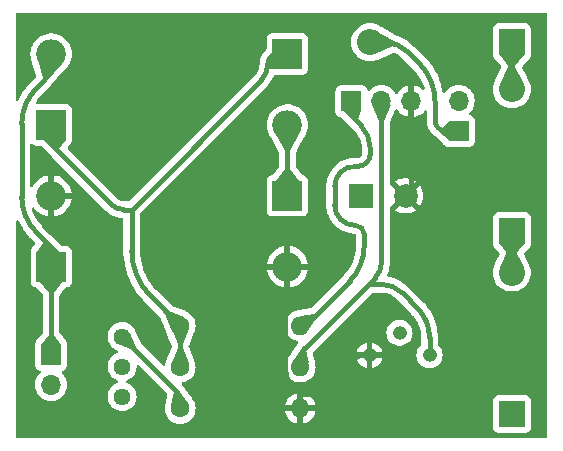
<source format=gbr>
%TF.GenerationSoftware,KiCad,Pcbnew,8.0.0*%
%TF.CreationDate,2024-03-12T11:32:01+03:00*%
%TF.ProjectId,germanium-power-src,6765726d-616e-4697-956d-2d706f776572,rev?*%
%TF.SameCoordinates,Original*%
%TF.FileFunction,Copper,L2,Bot*%
%TF.FilePolarity,Positive*%
%FSLAX46Y46*%
G04 Gerber Fmt 4.6, Leading zero omitted, Abs format (unit mm)*
G04 Created by KiCad (PCBNEW 8.0.0) date 2024-03-12 11:32:01*
%MOMM*%
%LPD*%
G01*
G04 APERTURE LIST*
%TA.AperFunction,ComponentPad*%
%ADD10C,1.440000*%
%TD*%
%TA.AperFunction,ComponentPad*%
%ADD11O,2.500000X2.500000*%
%TD*%
%TA.AperFunction,ComponentPad*%
%ADD12R,2.500000X2.500000*%
%TD*%
%TA.AperFunction,ComponentPad*%
%ADD13C,1.600000*%
%TD*%
%TA.AperFunction,ComponentPad*%
%ADD14O,1.600000X1.600000*%
%TD*%
%TA.AperFunction,ComponentPad*%
%ADD15R,2.200000X2.200000*%
%TD*%
%TA.AperFunction,ComponentPad*%
%ADD16O,2.200000X2.200000*%
%TD*%
%TA.AperFunction,ComponentPad*%
%ADD17R,1.700000X1.700000*%
%TD*%
%TA.AperFunction,ComponentPad*%
%ADD18O,1.700000X1.700000*%
%TD*%
%TA.AperFunction,ComponentPad*%
%ADD19R,2.000000X2.000000*%
%TD*%
%TA.AperFunction,ComponentPad*%
%ADD20C,2.000000*%
%TD*%
%TA.AperFunction,ComponentPad*%
%ADD21O,1.200000X1.200000*%
%TD*%
%TA.AperFunction,Conductor*%
%ADD22C,0.400000*%
%TD*%
G04 APERTURE END LIST*
D10*
%TO.P,RV1,1,1*%
%TO.N,Net-(D1-A)*%
X115500000Y-107420000D03*
%TO.P,RV1,2,2*%
%TO.N,Net-(Q1-B)*%
X115500000Y-109960000D03*
%TO.P,RV1,3,3*%
%TO.N,+12V*%
X115500000Y-112500000D03*
%TD*%
D11*
%TO.P,\u04147,1,K*%
%TO.N,Net-(D3-K)*%
X109500000Y-83500000D03*
D12*
%TO.P,\u04147,2,A*%
%TO.N,+12V*%
X129500000Y-83500000D03*
%TD*%
D11*
%TO.P,\u04147,1,K*%
%TO.N,Net-(D4-K)*%
X129500000Y-89500000D03*
D12*
%TO.P,\u04147,2,A*%
%TO.N,+12V*%
X109500000Y-89500000D03*
%TD*%
D13*
%TO.P,R3,1*%
%TO.N,+12V*%
X120420000Y-106500000D03*
D14*
%TO.P,R3,2*%
%TO.N,Net-(J2-Pin_1)*%
X130580000Y-106500000D03*
%TD*%
D15*
%TO.P,\u04149,1,A*%
%TO.N,Net-(D1-A)*%
X148500000Y-114000000D03*
D16*
%TO.P,\u04149,2,K*%
%TO.N,Net-(D1-K)*%
X148500000Y-102000000D03*
%TD*%
D17*
%TO.P,J1,1,Pin_1*%
%TO.N,Net-(D3-K)*%
X109500000Y-108960000D03*
D18*
%TO.P,J1,2,Pin_2*%
%TO.N,Net-(D4-K)*%
X109500000Y-111500000D03*
%TD*%
D11*
%TO.P,D6,1,K*%
%TO.N,-12V*%
X129500000Y-101500000D03*
D12*
%TO.P,D6,2,A*%
%TO.N,Net-(D3-K)*%
X109500000Y-101500000D03*
%TD*%
D13*
%TO.P,R1,1*%
%TO.N,Net-(D1-A)*%
X120420000Y-113500000D03*
D14*
%TO.P,R1,2*%
%TO.N,-12V*%
X130580000Y-113500000D03*
%TD*%
D13*
%TO.P,R2,1*%
%TO.N,+12V*%
X120420000Y-110000000D03*
D14*
%TO.P,R2,2*%
%TO.N,Net-(J2-Pin_2)*%
X130580000Y-110000000D03*
%TD*%
D15*
%TO.P,\u04149,1,A*%
%TO.N,Net-(D2-A)*%
X148500000Y-82500000D03*
D16*
%TO.P,\u04149,2,K*%
%TO.N,+12V*%
X136500000Y-82500000D03*
%TD*%
D17*
%TO.P,J2,1,Pin_1*%
%TO.N,Net-(J2-Pin_1)*%
X134920000Y-87500000D03*
D18*
%TO.P,J2,2,Pin_2*%
%TO.N,Net-(J2-Pin_2)*%
X137460000Y-87500000D03*
%TO.P,J2,3,Pin_3*%
%TO.N,-12V*%
X140000000Y-87500000D03*
%TD*%
D17*
%TO.P,J3,1,Pin_1*%
%TO.N,+12V*%
X144000000Y-90000000D03*
D18*
%TO.P,J3,2,Pin_2*%
%TO.N,Net-(J2-Pin_1)*%
X144000000Y-87460000D03*
%TD*%
D15*
%TO.P,\u04149,1,A*%
%TO.N,Net-(D1-K)*%
X148500000Y-98500000D03*
D16*
%TO.P,\u04149,2,K*%
%TO.N,Net-(D2-A)*%
X148500000Y-86500000D03*
%TD*%
D11*
%TO.P,D5,1,K*%
%TO.N,-12V*%
X109500000Y-95500000D03*
D12*
%TO.P,D5,2,A*%
%TO.N,Net-(D4-K)*%
X129500000Y-95500000D03*
%TD*%
D19*
%TO.P,C1,1*%
%TO.N,+12V*%
X135700000Y-95500000D03*
D20*
%TO.P,C1,2*%
%TO.N,-12V*%
X139500000Y-95500000D03*
%TD*%
D21*
%TO.P,Q1,1,C*%
%TO.N,-12V*%
X136450000Y-109000000D03*
%TO.P,Q1,2,B*%
%TO.N,Net-(Q1-B)*%
X138990000Y-107100000D03*
%TO.P,Q1,3,E*%
%TO.N,Net-(J2-Pin_2)*%
X141530000Y-109000000D03*
%TD*%
D22*
%TO.N,Net-(D1-A)*%
X120009878Y-111929878D02*
X115500000Y-107420000D01*
X120420000Y-112920000D02*
X120420000Y-113500000D01*
X120009877Y-111929879D02*
G75*
G02*
X120420012Y-112920000I-990077J-990121D01*
G01*
%TO.N,Net-(D1-K)*%
X148500000Y-98500000D02*
X148500000Y-102000000D01*
%TO.N,+12V*%
X120420000Y-106500000D02*
X120420000Y-110000000D01*
X137685175Y-82500000D02*
X136500000Y-82500000D01*
X116320000Y-96680000D02*
X127264335Y-85735664D01*
X142000000Y-89146446D02*
X142000000Y-87564825D01*
X128674150Y-83500000D02*
X129500000Y-83500000D01*
X116320000Y-96680000D02*
X115674150Y-96680000D01*
X142853553Y-90000000D02*
X144000000Y-90000000D01*
X116320000Y-96680000D02*
X116320000Y-100146036D01*
X117913792Y-103993792D02*
X120420000Y-106500000D01*
X139708395Y-83338045D02*
X140631624Y-84261274D01*
X109500000Y-90325850D02*
X109500000Y-89500000D01*
X110083964Y-91735664D02*
X114571615Y-96223315D01*
X127848300Y-84325850D02*
G75*
G02*
X127264315Y-85735644I-1993800J50D01*
G01*
X139708395Y-83338045D02*
G75*
G03*
X137685175Y-82500028I-2023195J-2023255D01*
G01*
X140631623Y-84261275D02*
G75*
G02*
X141999989Y-87564825I-3303523J-3303525D01*
G01*
X109500000Y-90325850D02*
G75*
G03*
X110083984Y-91735644I1993800J50D01*
G01*
X128674150Y-83500000D02*
G75*
G03*
X127848300Y-84325850I-50J-825800D01*
G01*
X142250000Y-89750000D02*
G75*
G03*
X142853553Y-90000019I603600J603600D01*
G01*
X114571615Y-96223315D02*
G75*
G03*
X115674150Y-96680041I1102585J1102515D01*
G01*
X142000000Y-89146446D02*
G75*
G03*
X142249984Y-89750016I853500J-54D01*
G01*
X116320000Y-100146036D02*
G75*
G03*
X117913800Y-103993784I5441600J36D01*
G01*
%TO.N,-12V*%
X139750000Y-95250000D02*
X139500000Y-95500000D01*
X135949150Y-109000000D02*
X136450000Y-109000000D01*
X132705078Y-111743221D02*
X135094145Y-109354154D01*
X130580000Y-112298300D02*
X130580000Y-113500000D01*
X129326100Y-103448565D02*
X129326100Y-110157758D01*
X129500000Y-103028734D02*
X129500000Y-101500000D01*
X131365000Y-112298300D02*
X130580000Y-112298300D01*
X130580000Y-112298300D02*
X129953050Y-111671350D01*
X140000000Y-94646446D02*
X140000000Y-87500000D01*
X140000000Y-94646446D02*
G75*
G02*
X139749986Y-95249986I-853600J46D01*
G01*
X129413050Y-103238650D02*
G75*
G03*
X129326086Y-103448565I209950J-209950D01*
G01*
X132705077Y-111743220D02*
G75*
G02*
X131365000Y-112298286I-1340077J1340120D01*
G01*
X135949150Y-109000000D02*
G75*
G03*
X135094112Y-109354121I-50J-1209200D01*
G01*
X129500000Y-103028734D02*
G75*
G02*
X129413040Y-103238640I-296900J34D01*
G01*
X129326100Y-110157758D02*
G75*
G03*
X129953038Y-111671362I2140500J-42D01*
G01*
%TO.N,Net-(J2-Pin_1)*%
X136000000Y-99750000D02*
X136000000Y-98750000D01*
X130790000Y-106500000D02*
X130580000Y-106500000D01*
X135710000Y-89541700D02*
X135362542Y-89194242D01*
X135207106Y-98000000D02*
X135250000Y-98000000D01*
X134920000Y-88125850D02*
X134920000Y-87500000D01*
X134762563Y-102737436D02*
X131148492Y-106351507D01*
X133500000Y-94707106D02*
X133500000Y-96292893D01*
X136500000Y-92000000D02*
X136500000Y-91448928D01*
X135207106Y-93000000D02*
X135500000Y-93000000D01*
X136000000Y-99750000D02*
G75*
G02*
X134762569Y-102737442I-4224900J0D01*
G01*
X133500000Y-96292893D02*
G75*
G03*
X133999998Y-97500002I1707100J-7D01*
G01*
X135207106Y-93000000D02*
G75*
G03*
X133999998Y-93499998I-6J-1707100D01*
G01*
X134000000Y-93500000D02*
G75*
G03*
X133500003Y-94707106I1207100J-1207100D01*
G01*
X134920000Y-88125850D02*
G75*
G03*
X135362524Y-89194260I1510900J-50D01*
G01*
X136000000Y-98750000D02*
G75*
G03*
X135250000Y-98000000I-750000J0D01*
G01*
X134000000Y-97500000D02*
G75*
G03*
X135207106Y-97999997I1207100J1207100D01*
G01*
X136500000Y-92000000D02*
G75*
G02*
X135500000Y-93000000I-1000000J0D01*
G01*
X131148491Y-106351506D02*
G75*
G02*
X130790000Y-106499994I-358491J358506D01*
G01*
X135710000Y-89541700D02*
G75*
G02*
X136499988Y-91448928I-1907200J-1907200D01*
G01*
%TO.N,Net-(J2-Pin_2)*%
X130580000Y-109399150D02*
X130580000Y-110000000D01*
X140479946Y-104979946D02*
X139246207Y-103746207D01*
X136380600Y-102997700D02*
X137439150Y-102997700D01*
X137460000Y-101155048D02*
X137460000Y-87500000D01*
X136380600Y-102997700D02*
X131004865Y-108373434D01*
X136380600Y-102997700D02*
X136920300Y-102458000D01*
X141530000Y-107515000D02*
X141530000Y-109000000D01*
X137460000Y-101155048D02*
G75*
G02*
X136920286Y-102457986I-1842700J48D01*
G01*
X140479946Y-104979946D02*
G75*
G02*
X141530002Y-107515000I-2535046J-2535054D01*
G01*
X139246207Y-103746207D02*
G75*
G03*
X137439150Y-102997746I-1807007J-1807093D01*
G01*
X131004865Y-108373434D02*
G75*
G03*
X130580041Y-109399150I1025735J-1025666D01*
G01*
%TO.N,Net-(D3-K)*%
X109500000Y-100674150D02*
X109500000Y-102325850D01*
X109500000Y-84325850D02*
X109500000Y-83500000D01*
X107000000Y-95580533D02*
X107000000Y-89419466D01*
X108916035Y-85735664D02*
X108250000Y-86401700D01*
X109500000Y-102325850D02*
X109500000Y-108960000D01*
X108250000Y-98598300D02*
X108916035Y-99264335D01*
X108916034Y-99264336D02*
G75*
G02*
X109500028Y-100674150I-1409834J-1409864D01*
G01*
X109500000Y-84325850D02*
G75*
G02*
X108916015Y-85735644I-1993800J50D01*
G01*
X108250000Y-86401700D02*
G75*
G03*
X106999987Y-89419466I3017800J-3017800D01*
G01*
X107000000Y-95580533D02*
G75*
G03*
X108250010Y-98598290I4267800J33D01*
G01*
%TO.N,Net-(D4-K)*%
X129500000Y-89500000D02*
X129500000Y-95500000D01*
%TO.N,Net-(D2-A)*%
X148500000Y-82500000D02*
X148500000Y-86500000D01*
%TD*%
%TA.AperFunction,Conductor*%
%TO.N,-12V*%
G36*
X151443039Y-80019685D02*
G01*
X151488794Y-80072489D01*
X151500000Y-80124000D01*
X151500000Y-115876000D01*
X151480315Y-115943039D01*
X151427511Y-115988794D01*
X151376000Y-116000000D01*
X106624000Y-116000000D01*
X106556961Y-115980315D01*
X106511206Y-115927511D01*
X106500000Y-115876000D01*
X106500000Y-115147870D01*
X146899500Y-115147870D01*
X146899501Y-115147876D01*
X146905908Y-115207483D01*
X146956202Y-115342328D01*
X146956206Y-115342335D01*
X147042452Y-115457544D01*
X147042455Y-115457547D01*
X147157664Y-115543793D01*
X147157671Y-115543797D01*
X147292517Y-115594091D01*
X147292516Y-115594091D01*
X147299444Y-115594835D01*
X147352127Y-115600500D01*
X149647872Y-115600499D01*
X149707483Y-115594091D01*
X149842331Y-115543796D01*
X149957546Y-115457546D01*
X150043796Y-115342331D01*
X150094091Y-115207483D01*
X150100500Y-115147873D01*
X150100499Y-112852128D01*
X150094091Y-112792517D01*
X150087149Y-112773905D01*
X150043797Y-112657671D01*
X150043793Y-112657664D01*
X149957547Y-112542455D01*
X149957544Y-112542452D01*
X149842335Y-112456206D01*
X149842328Y-112456202D01*
X149707482Y-112405908D01*
X149707483Y-112405908D01*
X149647883Y-112399501D01*
X149647881Y-112399500D01*
X149647873Y-112399500D01*
X149647864Y-112399500D01*
X147352129Y-112399500D01*
X147352123Y-112399501D01*
X147292516Y-112405908D01*
X147157671Y-112456202D01*
X147157664Y-112456206D01*
X147042455Y-112542452D01*
X147042452Y-112542455D01*
X146956206Y-112657664D01*
X146956202Y-112657671D01*
X146905908Y-112792517D01*
X146899501Y-112852116D01*
X146899501Y-112852123D01*
X146899500Y-112852135D01*
X146899500Y-115147870D01*
X106500000Y-115147870D01*
X106500000Y-97676227D01*
X106519685Y-97609188D01*
X106572489Y-97563433D01*
X106641647Y-97553489D01*
X106705203Y-97582514D01*
X106738560Y-97628773D01*
X106752387Y-97662153D01*
X106825203Y-97805061D01*
X106929631Y-98010013D01*
X106929638Y-98010024D01*
X107082543Y-98259540D01*
X107133617Y-98342884D01*
X107133628Y-98342900D01*
X107133630Y-98342902D01*
X107363087Y-98658722D01*
X107363097Y-98658736D01*
X107504252Y-98824006D01*
X107616643Y-98955598D01*
X107616650Y-98955605D01*
X107700498Y-99039453D01*
X107700521Y-99039479D01*
X108091847Y-99430804D01*
X108125332Y-99492127D01*
X108120348Y-99561818D01*
X108104379Y-99591515D01*
X107847337Y-99944233D01*
X107838791Y-99956328D01*
X107832636Y-99968828D01*
X107820665Y-99988350D01*
X107806203Y-100007670D01*
X107785565Y-100063001D01*
X107780635Y-100074431D01*
X107775227Y-100085416D01*
X107772984Y-100092305D01*
X107772981Y-100092316D01*
X107771223Y-100099298D01*
X107767161Y-100112345D01*
X107755908Y-100142517D01*
X107749501Y-100202116D01*
X107749501Y-100202123D01*
X107749500Y-100202135D01*
X107749500Y-102797870D01*
X107749501Y-102797876D01*
X107755908Y-102857483D01*
X107806202Y-102992328D01*
X107806206Y-102992335D01*
X107892452Y-103107544D01*
X107892455Y-103107547D01*
X108007664Y-103193793D01*
X108007671Y-103193797D01*
X108142516Y-103244091D01*
X108205431Y-103250856D01*
X108205275Y-103252304D01*
X108265698Y-103273596D01*
X108290035Y-103296738D01*
X108772328Y-103899604D01*
X108798836Y-103964250D01*
X108799500Y-103977066D01*
X108799500Y-107040354D01*
X108779815Y-107107393D01*
X108774000Y-107115678D01*
X108254668Y-107794803D01*
X108242540Y-107811347D01*
X108242534Y-107811358D01*
X108235160Y-107825894D01*
X108223846Y-107844100D01*
X108206206Y-107867665D01*
X108206205Y-107867667D01*
X108206204Y-107867669D01*
X108187069Y-107918968D01*
X108181483Y-107931710D01*
X108177449Y-107939663D01*
X108177441Y-107939681D01*
X108175044Y-107946757D01*
X108175042Y-107946764D01*
X108172908Y-107955020D01*
X108169039Y-107967310D01*
X108155909Y-108002517D01*
X108155908Y-108002520D01*
X108152210Y-108036917D01*
X108149501Y-108062123D01*
X108149500Y-108062135D01*
X108149500Y-109857870D01*
X108149501Y-109857876D01*
X108155908Y-109917483D01*
X108206202Y-110052328D01*
X108206206Y-110052335D01*
X108292452Y-110167544D01*
X108292455Y-110167547D01*
X108407664Y-110253793D01*
X108407671Y-110253797D01*
X108539081Y-110302810D01*
X108595015Y-110344681D01*
X108619432Y-110410145D01*
X108604580Y-110478418D01*
X108583430Y-110506673D01*
X108461503Y-110628600D01*
X108325965Y-110822169D01*
X108325964Y-110822171D01*
X108226098Y-111036335D01*
X108226094Y-111036344D01*
X108164938Y-111264586D01*
X108164936Y-111264596D01*
X108144341Y-111499999D01*
X108144341Y-111500000D01*
X108164936Y-111735403D01*
X108164938Y-111735413D01*
X108226094Y-111963655D01*
X108226096Y-111963659D01*
X108226097Y-111963663D01*
X108280802Y-112080977D01*
X108325965Y-112177830D01*
X108325967Y-112177834D01*
X108402584Y-112287253D01*
X108461505Y-112371401D01*
X108628599Y-112538495D01*
X108725384Y-112606265D01*
X108822165Y-112674032D01*
X108822167Y-112674033D01*
X108822170Y-112674035D01*
X109036337Y-112773903D01*
X109264592Y-112835063D01*
X109452918Y-112851539D01*
X109499999Y-112855659D01*
X109500000Y-112855659D01*
X109500001Y-112855659D01*
X109540496Y-112852116D01*
X109735408Y-112835063D01*
X109963663Y-112773903D01*
X110177830Y-112674035D01*
X110371401Y-112538495D01*
X110538495Y-112371401D01*
X110674035Y-112177830D01*
X110773903Y-111963663D01*
X110835063Y-111735408D01*
X110855659Y-111500000D01*
X110835063Y-111264592D01*
X110773903Y-111036337D01*
X110674035Y-110822171D01*
X110621763Y-110747519D01*
X110538496Y-110628600D01*
X110482474Y-110572578D01*
X110416567Y-110506671D01*
X110383084Y-110445351D01*
X110388068Y-110375659D01*
X110429939Y-110319725D01*
X110460915Y-110302810D01*
X110592331Y-110253796D01*
X110707546Y-110167546D01*
X110793796Y-110052331D01*
X110844091Y-109917483D01*
X110850500Y-109857873D01*
X110850499Y-108139278D01*
X110851238Y-108130512D01*
X110851420Y-108123397D01*
X110851351Y-108122812D01*
X110850499Y-108108299D01*
X110850499Y-108062129D01*
X110850498Y-108062123D01*
X110850497Y-108062116D01*
X110844091Y-108002517D01*
X110830669Y-107966534D01*
X110828921Y-107961519D01*
X110815574Y-107920369D01*
X110813846Y-107917281D01*
X110805884Y-107900080D01*
X110793796Y-107867669D01*
X110768238Y-107833528D01*
X110759299Y-107819773D01*
X110745329Y-107794802D01*
X110226000Y-107115679D01*
X110200913Y-107050468D01*
X110200500Y-107040355D01*
X110200500Y-103977065D01*
X110220185Y-103910026D01*
X110227665Y-103899612D01*
X110709965Y-103296735D01*
X110767214Y-103256685D01*
X110794633Y-103251438D01*
X110794571Y-103250854D01*
X110857483Y-103244091D01*
X110898805Y-103228679D01*
X110992331Y-103193796D01*
X111107546Y-103107546D01*
X111193796Y-102992331D01*
X111244091Y-102857483D01*
X111250500Y-102797873D01*
X111250499Y-100202128D01*
X111244091Y-100142517D01*
X111238661Y-100127959D01*
X111193797Y-100007671D01*
X111193793Y-100007664D01*
X111107547Y-99892455D01*
X111107544Y-99892452D01*
X110992335Y-99806206D01*
X110992328Y-99806202D01*
X110857482Y-99755908D01*
X110857483Y-99755908D01*
X110797883Y-99749501D01*
X110797881Y-99749500D01*
X110797873Y-99749500D01*
X110797865Y-99749500D01*
X110484251Y-99749500D01*
X110417212Y-99729815D01*
X110398298Y-99714876D01*
X110328637Y-99647883D01*
X109471937Y-98823997D01*
X109468185Y-98820700D01*
X109433471Y-98790193D01*
X109433587Y-98790060D01*
X109425620Y-98783263D01*
X108747491Y-98105134D01*
X108743294Y-98100726D01*
X108514314Y-97848086D01*
X108506616Y-97838707D01*
X108305307Y-97567274D01*
X108298560Y-97557176D01*
X108296350Y-97553489D01*
X108124848Y-97267355D01*
X108119114Y-97256626D01*
X107974640Y-96951164D01*
X107969983Y-96939922D01*
X107966492Y-96930166D01*
X107892584Y-96723609D01*
X107863114Y-96641247D01*
X107859062Y-96571495D01*
X107893365Y-96510625D01*
X107955131Y-96477964D01*
X108024750Y-96483881D01*
X108076812Y-96522160D01*
X108213556Y-96693633D01*
X108213570Y-96693648D01*
X108405830Y-96872040D01*
X108405832Y-96872041D01*
X108622546Y-97019793D01*
X108622550Y-97019795D01*
X108858854Y-97133594D01*
X108858858Y-97133595D01*
X109109494Y-97210907D01*
X109109502Y-97210909D01*
X109250000Y-97232085D01*
X109250000Y-96208240D01*
X109281233Y-96221178D01*
X109426131Y-96250000D01*
X109573869Y-96250000D01*
X109718767Y-96221178D01*
X109750000Y-96208240D01*
X109750000Y-97232084D01*
X109890497Y-97210909D01*
X109890505Y-97210907D01*
X110141143Y-97133595D01*
X110377445Y-97019798D01*
X110377454Y-97019793D01*
X110594167Y-96872041D01*
X110594169Y-96872040D01*
X110786429Y-96693648D01*
X110786437Y-96693639D01*
X110949971Y-96488573D01*
X111081116Y-96261426D01*
X111176941Y-96017270D01*
X111235304Y-95761558D01*
X111235305Y-95761551D01*
X111236172Y-95750000D01*
X110208241Y-95750000D01*
X110221178Y-95718767D01*
X110250000Y-95573869D01*
X110250000Y-95426131D01*
X110221178Y-95281233D01*
X110208241Y-95250000D01*
X111236171Y-95250000D01*
X111235305Y-95238448D01*
X111235304Y-95238441D01*
X111176941Y-94982729D01*
X111081116Y-94738573D01*
X111081117Y-94738573D01*
X110949971Y-94511426D01*
X110786437Y-94306360D01*
X110786429Y-94306351D01*
X110594169Y-94127959D01*
X110594167Y-94127958D01*
X110377454Y-93980206D01*
X110377445Y-93980201D01*
X110141142Y-93866404D01*
X110141144Y-93866404D01*
X109890512Y-93789094D01*
X109890506Y-93789093D01*
X109750000Y-93767914D01*
X109750000Y-94791759D01*
X109718767Y-94778822D01*
X109573869Y-94750000D01*
X109426131Y-94750000D01*
X109281233Y-94778822D01*
X109250000Y-94791759D01*
X109250000Y-93767914D01*
X109109493Y-93789093D01*
X109109487Y-93789094D01*
X108858858Y-93866404D01*
X108858854Y-93866405D01*
X108622550Y-93980204D01*
X108622546Y-93980206D01*
X108405832Y-94127958D01*
X108405830Y-94127959D01*
X108213570Y-94306351D01*
X108213562Y-94306360D01*
X108050030Y-94511423D01*
X107931887Y-94716051D01*
X107881320Y-94764266D01*
X107812712Y-94777488D01*
X107747848Y-94751520D01*
X107707320Y-94694606D01*
X107700500Y-94654050D01*
X107700500Y-91211571D01*
X107720185Y-91144532D01*
X107772989Y-91098777D01*
X107842147Y-91088833D01*
X107898811Y-91112305D01*
X108007664Y-91193793D01*
X108007671Y-91193797D01*
X108044529Y-91207544D01*
X108142517Y-91244091D01*
X108202127Y-91250500D01*
X108515749Y-91250499D01*
X108582788Y-91270183D01*
X108601701Y-91285122D01*
X109528061Y-92176001D01*
X109528081Y-92176018D01*
X109528088Y-92176025D01*
X109566528Y-92209805D01*
X109566410Y-92209938D01*
X109574375Y-92216732D01*
X114129086Y-96771443D01*
X114129666Y-96771969D01*
X114166030Y-96808335D01*
X114280340Y-96899500D01*
X114364459Y-96966587D01*
X114449753Y-97020184D01*
X114579355Y-97101624D01*
X114808021Y-97211753D01*
X115047579Y-97295587D01*
X115295018Y-97352071D01*
X115509388Y-97376231D01*
X115573801Y-97403300D01*
X115613354Y-97460896D01*
X115619500Y-97499451D01*
X115619500Y-100094668D01*
X115619490Y-100094702D01*
X115619490Y-100365404D01*
X115650792Y-100803013D01*
X115713232Y-101237280D01*
X115806490Y-101665972D01*
X115904572Y-102000000D01*
X115930097Y-102086930D01*
X116083418Y-102497995D01*
X116083421Y-102498002D01*
X116265670Y-102897072D01*
X116475930Y-103282134D01*
X116475938Y-103282147D01*
X116713111Y-103651197D01*
X116713128Y-103651221D01*
X116976043Y-104002435D01*
X116976045Y-104002437D01*
X117263350Y-104334005D01*
X117263358Y-104334013D01*
X117366560Y-104437216D01*
X117366589Y-104437247D01*
X118695791Y-105766448D01*
X118722770Y-105806916D01*
X119209014Y-106987793D01*
X119212066Y-106994198D01*
X119217691Y-107008120D01*
X119218780Y-107011371D01*
X119498134Y-107681821D01*
X119709961Y-108190208D01*
X119709962Y-108190209D01*
X119719500Y-108237901D01*
X119719500Y-108262097D01*
X119709961Y-108309789D01*
X119218780Y-109488630D01*
X119218776Y-109488639D01*
X119218776Y-109488641D01*
X119205733Y-109525418D01*
X119201251Y-109536366D01*
X119193263Y-109553498D01*
X119193259Y-109553510D01*
X119134366Y-109773302D01*
X119134363Y-109773318D01*
X119134177Y-109775450D01*
X119133832Y-109776329D01*
X119133426Y-109778637D01*
X119132962Y-109778555D01*
X119108718Y-109840517D01*
X119052123Y-109881490D01*
X118982361Y-109885361D01*
X118922969Y-109852312D01*
X117108032Y-108037375D01*
X117081761Y-107998590D01*
X116634290Y-106955758D01*
X116634289Y-106955755D01*
X116633960Y-106955083D01*
X116612020Y-106910285D01*
X116612017Y-106910282D01*
X116608881Y-106905187D01*
X116608942Y-106905149D01*
X116598558Y-106887918D01*
X116561021Y-106807419D01*
X116438529Y-106632481D01*
X116438527Y-106632478D01*
X116287521Y-106481472D01*
X116112578Y-106358977D01*
X116112579Y-106358977D01*
X115983547Y-106298809D01*
X115919030Y-106268724D01*
X115919026Y-106268723D01*
X115919022Y-106268721D01*
X115712752Y-106213452D01*
X115712748Y-106213451D01*
X115712747Y-106213451D01*
X115712746Y-106213450D01*
X115712741Y-106213450D01*
X115500002Y-106194838D01*
X115499998Y-106194838D01*
X115287258Y-106213450D01*
X115287247Y-106213452D01*
X115080977Y-106268721D01*
X115080968Y-106268725D01*
X114887421Y-106358977D01*
X114712478Y-106481472D01*
X114561472Y-106632478D01*
X114438977Y-106807421D01*
X114348725Y-107000968D01*
X114348721Y-107000977D01*
X114293452Y-107207247D01*
X114293450Y-107207258D01*
X114274838Y-107419998D01*
X114274838Y-107420001D01*
X114293450Y-107632741D01*
X114293452Y-107632752D01*
X114348721Y-107839022D01*
X114348723Y-107839026D01*
X114348724Y-107839030D01*
X114366940Y-107878094D01*
X114438977Y-108032578D01*
X114438978Y-108032580D01*
X114438979Y-108032581D01*
X114446543Y-108043384D01*
X114561472Y-108207521D01*
X114712478Y-108358527D01*
X114712481Y-108358529D01*
X114887419Y-108481021D01*
X115001034Y-108534000D01*
X115013248Y-108540550D01*
X115035735Y-108554280D01*
X115035740Y-108554282D01*
X115089694Y-108577433D01*
X115143540Y-108621958D01*
X115164766Y-108688525D01*
X115146633Y-108756001D01*
X115094899Y-108802962D01*
X115083226Y-108807902D01*
X115080976Y-108808721D01*
X114887421Y-108898977D01*
X114712478Y-109021472D01*
X114561472Y-109172478D01*
X114438977Y-109347421D01*
X114348725Y-109540968D01*
X114348721Y-109540977D01*
X114293452Y-109747247D01*
X114293450Y-109747258D01*
X114274838Y-109959998D01*
X114274838Y-109960001D01*
X114293450Y-110172741D01*
X114293452Y-110172752D01*
X114348721Y-110379022D01*
X114348723Y-110379026D01*
X114348724Y-110379030D01*
X114380184Y-110446496D01*
X114438977Y-110572578D01*
X114561472Y-110747521D01*
X114712478Y-110898527D01*
X114712481Y-110898529D01*
X114887419Y-111021021D01*
X114887421Y-111021022D01*
X114887420Y-111021022D01*
X114951936Y-111051106D01*
X115080970Y-111111276D01*
X115080983Y-111111279D01*
X115086064Y-111113130D01*
X115085292Y-111115250D01*
X115136710Y-111146594D01*
X115167237Y-111209442D01*
X115158939Y-111278817D01*
X115114452Y-111332693D01*
X115085685Y-111345830D01*
X115086064Y-111346870D01*
X115080972Y-111348723D01*
X115080970Y-111348724D01*
X115080968Y-111348725D01*
X114887421Y-111438977D01*
X114712478Y-111561472D01*
X114561472Y-111712478D01*
X114438977Y-111887421D01*
X114348725Y-112080968D01*
X114348721Y-112080977D01*
X114293452Y-112287247D01*
X114293450Y-112287258D01*
X114274838Y-112499998D01*
X114274838Y-112500001D01*
X114293450Y-112712741D01*
X114293452Y-112712752D01*
X114348721Y-112919022D01*
X114348723Y-112919026D01*
X114348724Y-112919030D01*
X114391171Y-113010058D01*
X114438977Y-113112578D01*
X114561472Y-113287521D01*
X114712478Y-113438527D01*
X114712481Y-113438529D01*
X114887419Y-113561021D01*
X114887421Y-113561022D01*
X114887420Y-113561022D01*
X114951936Y-113591106D01*
X115080970Y-113651276D01*
X115080976Y-113651277D01*
X115080977Y-113651278D01*
X115130627Y-113664581D01*
X115287253Y-113706549D01*
X115439215Y-113719844D01*
X115499998Y-113725162D01*
X115500000Y-113725162D01*
X115500002Y-113725162D01*
X115553186Y-113720508D01*
X115712747Y-113706549D01*
X115919030Y-113651276D01*
X116112581Y-113561021D01*
X116287519Y-113438529D01*
X116438529Y-113287519D01*
X116561021Y-113112581D01*
X116651276Y-112919030D01*
X116706549Y-112712747D01*
X116725162Y-112500000D01*
X116706549Y-112287253D01*
X116651276Y-112080970D01*
X116561021Y-111887419D01*
X116438529Y-111712481D01*
X116438527Y-111712478D01*
X116287521Y-111561472D01*
X116112578Y-111438977D01*
X116112579Y-111438977D01*
X115983547Y-111378809D01*
X115919030Y-111348724D01*
X115919023Y-111348722D01*
X115913936Y-111346870D01*
X115914709Y-111344746D01*
X115863305Y-111313424D01*
X115832766Y-111250581D01*
X115841050Y-111181204D01*
X115885528Y-111127320D01*
X115914315Y-111114172D01*
X115913936Y-111113130D01*
X115919013Y-111111280D01*
X115919030Y-111111276D01*
X116112581Y-111021021D01*
X116287519Y-110898529D01*
X116438529Y-110747519D01*
X116561021Y-110572581D01*
X116651276Y-110379030D01*
X116706549Y-110172747D01*
X116725162Y-109960000D01*
X116723773Y-109944128D01*
X116737538Y-109875630D01*
X116786153Y-109825446D01*
X116854181Y-109809511D01*
X116920025Y-109832885D01*
X116934982Y-109845639D01*
X119311304Y-112221961D01*
X119344789Y-112283284D01*
X119344967Y-112335168D01*
X119196481Y-113041023D01*
X119194428Y-113048219D01*
X119194661Y-113048282D01*
X119193262Y-113053500D01*
X119193261Y-113053504D01*
X119173499Y-113127259D01*
X119134365Y-113273306D01*
X119134364Y-113273313D01*
X119114532Y-113499998D01*
X119114532Y-113500001D01*
X119134364Y-113726686D01*
X119134366Y-113726697D01*
X119193258Y-113946488D01*
X119193261Y-113946497D01*
X119289431Y-114152732D01*
X119289432Y-114152734D01*
X119419954Y-114339141D01*
X119580858Y-114500045D01*
X119580861Y-114500047D01*
X119767266Y-114630568D01*
X119973504Y-114726739D01*
X120193308Y-114785635D01*
X120355230Y-114799801D01*
X120419998Y-114805468D01*
X120420000Y-114805468D01*
X120420002Y-114805468D01*
X120476673Y-114800509D01*
X120646692Y-114785635D01*
X120866496Y-114726739D01*
X121072734Y-114630568D01*
X121259139Y-114500047D01*
X121420047Y-114339139D01*
X121550568Y-114152734D01*
X121646739Y-113946496D01*
X121705635Y-113726692D01*
X121725468Y-113500000D01*
X121705635Y-113273308D01*
X121699389Y-113249999D01*
X129301127Y-113249999D01*
X129301128Y-113250000D01*
X130264314Y-113250000D01*
X130259920Y-113254394D01*
X130207259Y-113345606D01*
X130180000Y-113447339D01*
X130180000Y-113552661D01*
X130207259Y-113654394D01*
X130259920Y-113745606D01*
X130264314Y-113750000D01*
X129301128Y-113750000D01*
X129353730Y-113946317D01*
X129353734Y-113946326D01*
X129449865Y-114152482D01*
X129580342Y-114338820D01*
X129741179Y-114499657D01*
X129927517Y-114630134D01*
X130133673Y-114726265D01*
X130133682Y-114726269D01*
X130329999Y-114778872D01*
X130330000Y-114778871D01*
X130330000Y-113815686D01*
X130334394Y-113820080D01*
X130425606Y-113872741D01*
X130527339Y-113900000D01*
X130632661Y-113900000D01*
X130734394Y-113872741D01*
X130825606Y-113820080D01*
X130830000Y-113815686D01*
X130830000Y-114778872D01*
X131026317Y-114726269D01*
X131026326Y-114726265D01*
X131232482Y-114630134D01*
X131418820Y-114499657D01*
X131579657Y-114338820D01*
X131710134Y-114152482D01*
X131806265Y-113946326D01*
X131806269Y-113946317D01*
X131858872Y-113750000D01*
X130895686Y-113750000D01*
X130900080Y-113745606D01*
X130952741Y-113654394D01*
X130980000Y-113552661D01*
X130980000Y-113447339D01*
X130952741Y-113345606D01*
X130900080Y-113254394D01*
X130895686Y-113250000D01*
X131858872Y-113250000D01*
X131858872Y-113249999D01*
X131806269Y-113053682D01*
X131806265Y-113053673D01*
X131710134Y-112847517D01*
X131579657Y-112661179D01*
X131418820Y-112500342D01*
X131232482Y-112369865D01*
X131026328Y-112273734D01*
X130830000Y-112221127D01*
X130830000Y-113184314D01*
X130825606Y-113179920D01*
X130734394Y-113127259D01*
X130632661Y-113100000D01*
X130527339Y-113100000D01*
X130425606Y-113127259D01*
X130334394Y-113179920D01*
X130330000Y-113184314D01*
X130330000Y-112221127D01*
X130133671Y-112273734D01*
X129927517Y-112369865D01*
X129741179Y-112500342D01*
X129580342Y-112661179D01*
X129449865Y-112847517D01*
X129353734Y-113053673D01*
X129353730Y-113053682D01*
X129301127Y-113249999D01*
X121699389Y-113249999D01*
X121646739Y-113053504D01*
X121550568Y-112847266D01*
X121456378Y-112712747D01*
X121420048Y-112660862D01*
X121416850Y-112657664D01*
X121397400Y-112638214D01*
X121384367Y-112622868D01*
X120824539Y-111843314D01*
X120820283Y-111836983D01*
X120735737Y-111702433D01*
X120604236Y-111537541D01*
X120603256Y-111536296D01*
X120591360Y-111520955D01*
X120590259Y-111519638D01*
X120590250Y-111519629D01*
X120589831Y-111519171D01*
X120567691Y-111497032D01*
X120534204Y-111435710D01*
X120539187Y-111366018D01*
X120581057Y-111310083D01*
X120641440Y-111287014D01*
X120641363Y-111286574D01*
X120643650Y-111286170D01*
X120644566Y-111285821D01*
X120644562Y-111285821D01*
X120646692Y-111285635D01*
X120866496Y-111226739D01*
X121072734Y-111130568D01*
X121259139Y-111000047D01*
X121420047Y-110839139D01*
X121550568Y-110652734D01*
X121646739Y-110446496D01*
X121705635Y-110226692D01*
X121725468Y-110000001D01*
X129274532Y-110000001D01*
X129294364Y-110226686D01*
X129294366Y-110226697D01*
X129353258Y-110446488D01*
X129353261Y-110446497D01*
X129449431Y-110652732D01*
X129449432Y-110652734D01*
X129579954Y-110839141D01*
X129740858Y-111000045D01*
X129740861Y-111000047D01*
X129927266Y-111130568D01*
X130133504Y-111226739D01*
X130353308Y-111285635D01*
X130515230Y-111299801D01*
X130579998Y-111305468D01*
X130580000Y-111305468D01*
X130580002Y-111305468D01*
X130636673Y-111300509D01*
X130806692Y-111285635D01*
X131026496Y-111226739D01*
X131232734Y-111130568D01*
X131419139Y-111000047D01*
X131580047Y-110839139D01*
X131710568Y-110652734D01*
X131806739Y-110446496D01*
X131865635Y-110226692D01*
X131885468Y-110000000D01*
X131881968Y-109960000D01*
X131875143Y-109881981D01*
X131865635Y-109773308D01*
X131806739Y-109553504D01*
X131806737Y-109553500D01*
X131805540Y-109549032D01*
X131802650Y-109539082D01*
X131800874Y-109531002D01*
X131739102Y-109250000D01*
X135377472Y-109250000D01*
X135419885Y-109399065D01*
X135419890Y-109399078D01*
X135510754Y-109581556D01*
X135633608Y-109744242D01*
X135784260Y-109881578D01*
X135957584Y-109988897D01*
X136147678Y-110062539D01*
X136200000Y-110072320D01*
X136200000Y-109250000D01*
X135377472Y-109250000D01*
X131739102Y-109250000D01*
X131694275Y-109046078D01*
X136100000Y-109046078D01*
X136123852Y-109135095D01*
X136169930Y-109214905D01*
X136235095Y-109280070D01*
X136314905Y-109326148D01*
X136403922Y-109350000D01*
X136496078Y-109350000D01*
X136585095Y-109326148D01*
X136664905Y-109280070D01*
X136694975Y-109250000D01*
X136700000Y-109250000D01*
X136700000Y-110072320D01*
X136752321Y-110062539D01*
X136942415Y-109988897D01*
X137115739Y-109881578D01*
X137266391Y-109744242D01*
X137389245Y-109581556D01*
X137480109Y-109399078D01*
X137480114Y-109399065D01*
X137522528Y-109250000D01*
X136700000Y-109250000D01*
X136694975Y-109250000D01*
X136730070Y-109214905D01*
X136776148Y-109135095D01*
X136800000Y-109046078D01*
X136800000Y-108953922D01*
X136776148Y-108864905D01*
X136730070Y-108785095D01*
X136694975Y-108750000D01*
X136700000Y-108750000D01*
X137522528Y-108750000D01*
X137522528Y-108749999D01*
X137480114Y-108600934D01*
X137480109Y-108600921D01*
X137389245Y-108418443D01*
X137266391Y-108255757D01*
X137115739Y-108118421D01*
X136942413Y-108011101D01*
X136752315Y-107937458D01*
X136752309Y-107937456D01*
X136700001Y-107927677D01*
X136700000Y-107927679D01*
X136700000Y-108750000D01*
X136694975Y-108750000D01*
X136664905Y-108719930D01*
X136585095Y-108673852D01*
X136496078Y-108650000D01*
X136403922Y-108650000D01*
X136314905Y-108673852D01*
X136235095Y-108719930D01*
X136169930Y-108785095D01*
X136123852Y-108864905D01*
X136100000Y-108953922D01*
X136100000Y-109046078D01*
X131694275Y-109046078D01*
X131641919Y-108807908D01*
X131645934Y-108749999D01*
X135377471Y-108749999D01*
X135377472Y-108750000D01*
X136200000Y-108750000D01*
X136200000Y-107927679D01*
X136199998Y-107927677D01*
X136147690Y-107937456D01*
X136147684Y-107937458D01*
X135957586Y-108011101D01*
X135784260Y-108118421D01*
X135633608Y-108255757D01*
X135510754Y-108418443D01*
X135419890Y-108600921D01*
X135419885Y-108600934D01*
X135377471Y-108749999D01*
X131645934Y-108749999D01*
X131646751Y-108738210D01*
X131675344Y-108693610D01*
X133268955Y-107100000D01*
X137884785Y-107100000D01*
X137903602Y-107303082D01*
X137959417Y-107499247D01*
X137959422Y-107499260D01*
X138050327Y-107681821D01*
X138173237Y-107844581D01*
X138307041Y-107966558D01*
X138322493Y-107980645D01*
X138323958Y-107981980D01*
X138323960Y-107981982D01*
X138418064Y-108040248D01*
X138497363Y-108089348D01*
X138687544Y-108163024D01*
X138888024Y-108200500D01*
X138888026Y-108200500D01*
X139091974Y-108200500D01*
X139091976Y-108200500D01*
X139292456Y-108163024D01*
X139482637Y-108089348D01*
X139656041Y-107981981D01*
X139806764Y-107844579D01*
X139929673Y-107681821D01*
X140020582Y-107499250D01*
X140076397Y-107303083D01*
X140095215Y-107100000D01*
X140087002Y-107011371D01*
X140076397Y-106896917D01*
X140050933Y-106807421D01*
X140020582Y-106700750D01*
X140009076Y-106677643D01*
X139963717Y-106586549D01*
X139929673Y-106518179D01*
X139809451Y-106358979D01*
X139806762Y-106355418D01*
X139656041Y-106218019D01*
X139656039Y-106218017D01*
X139482642Y-106110655D01*
X139482635Y-106110651D01*
X139335120Y-106053504D01*
X139292456Y-106036976D01*
X139091976Y-105999500D01*
X138888024Y-105999500D01*
X138687544Y-106036976D01*
X138687541Y-106036976D01*
X138687541Y-106036977D01*
X138497364Y-106110651D01*
X138497357Y-106110655D01*
X138323960Y-106218017D01*
X138323958Y-106218019D01*
X138173237Y-106355418D01*
X138050327Y-106518178D01*
X137959422Y-106700739D01*
X137959417Y-106700752D01*
X137903602Y-106896917D01*
X137884785Y-107099999D01*
X137884785Y-107100000D01*
X133268955Y-107100000D01*
X136634438Y-103734519D01*
X136695761Y-103701034D01*
X136722119Y-103698200D01*
X137360232Y-103698200D01*
X137360236Y-103698201D01*
X137435099Y-103698200D01*
X137443207Y-103698465D01*
X137471634Y-103700327D01*
X137673201Y-103713535D01*
X137689265Y-103715649D01*
X137911329Y-103759816D01*
X137926996Y-103764014D01*
X138141390Y-103836786D01*
X138156365Y-103842989D01*
X138359429Y-103943123D01*
X138373460Y-103951223D01*
X138561722Y-104077009D01*
X138574588Y-104086881D01*
X138747347Y-104238379D01*
X138753271Y-104243928D01*
X139928809Y-105419465D01*
X139928810Y-105419466D01*
X139982463Y-105473120D01*
X139986659Y-105477527D01*
X140170630Y-105680507D01*
X140178350Y-105689913D01*
X140339731Y-105907509D01*
X140346491Y-105917627D01*
X140485756Y-106149976D01*
X140491493Y-106160708D01*
X140516438Y-106213450D01*
X140585268Y-106358979D01*
X140607322Y-106405607D01*
X140611978Y-106416850D01*
X140703238Y-106671905D01*
X140706771Y-106683549D01*
X140772594Y-106946329D01*
X140774968Y-106958264D01*
X140814717Y-107226231D01*
X140815910Y-107238341D01*
X140829351Y-107511925D01*
X140829500Y-107518010D01*
X140829500Y-108094680D01*
X140809815Y-108161719D01*
X140789039Y-108186317D01*
X140713235Y-108255421D01*
X140590327Y-108418178D01*
X140499422Y-108600739D01*
X140499417Y-108600752D01*
X140443602Y-108796917D01*
X140424785Y-108999999D01*
X140424785Y-109000000D01*
X140443602Y-109203082D01*
X140499417Y-109399247D01*
X140499422Y-109399260D01*
X140590327Y-109581821D01*
X140713237Y-109744581D01*
X140863958Y-109881980D01*
X140863960Y-109881982D01*
X140921295Y-109917482D01*
X141037363Y-109989348D01*
X141227544Y-110063024D01*
X141428024Y-110100500D01*
X141428026Y-110100500D01*
X141631974Y-110100500D01*
X141631976Y-110100500D01*
X141832456Y-110063024D01*
X142022637Y-109989348D01*
X142196041Y-109881981D01*
X142343831Y-109747253D01*
X142346762Y-109744581D01*
X142347018Y-109744242D01*
X142469673Y-109581821D01*
X142560582Y-109399250D01*
X142616397Y-109203083D01*
X142635215Y-109000000D01*
X142616397Y-108796917D01*
X142560582Y-108600750D01*
X142469673Y-108418179D01*
X142346764Y-108255421D01*
X142300340Y-108213100D01*
X142270961Y-108186317D01*
X142234680Y-108126605D01*
X142230500Y-108094680D01*
X142230500Y-107566364D01*
X142230502Y-107566357D01*
X142230502Y-107327885D01*
X142230501Y-107327884D01*
X142197886Y-106955083D01*
X142196370Y-106946488D01*
X142157615Y-106726694D01*
X142132902Y-106586540D01*
X142036045Y-106225064D01*
X141908051Y-105873405D01*
X141749895Y-105534240D01*
X141562781Y-105210150D01*
X141348132Y-104903601D01*
X141348131Y-104903600D01*
X141348127Y-104903594D01*
X141107580Y-104616923D01*
X141033860Y-104543203D01*
X141033857Y-104543198D01*
X140919463Y-104428807D01*
X140919462Y-104428806D01*
X139802721Y-103312064D01*
X139802699Y-103312039D01*
X139777874Y-103287214D01*
X139777798Y-103287075D01*
X139628449Y-103137733D01*
X139625390Y-103135223D01*
X139391952Y-102943653D01*
X139381135Y-102934776D01*
X139176249Y-102797883D01*
X139115126Y-102757044D01*
X138832976Y-102606240D01*
X138537404Y-102483817D01*
X138537397Y-102483814D01*
X138231268Y-102390958D01*
X138231257Y-102390955D01*
X138035586Y-102352038D01*
X137973674Y-102319654D01*
X137939099Y-102258939D01*
X137942837Y-102189169D01*
X137948056Y-102176616D01*
X137956781Y-102158499D01*
X137970600Y-102129805D01*
X138016023Y-102000000D01*
X146894551Y-102000000D01*
X146914317Y-102251151D01*
X146973126Y-102496110D01*
X147069533Y-102728859D01*
X147201160Y-102943653D01*
X147201161Y-102943656D01*
X147201164Y-102943659D01*
X147364776Y-103135224D01*
X147478186Y-103232085D01*
X147556343Y-103298838D01*
X147556346Y-103298839D01*
X147771140Y-103430466D01*
X148003889Y-103526873D01*
X148248852Y-103585683D01*
X148500000Y-103605449D01*
X148751148Y-103585683D01*
X148996111Y-103526873D01*
X149228859Y-103430466D01*
X149443659Y-103298836D01*
X149635224Y-103135224D01*
X149798836Y-102943659D01*
X149930466Y-102728859D01*
X150026873Y-102496111D01*
X150085683Y-102251148D01*
X150105449Y-102000000D01*
X150085683Y-101748852D01*
X150026873Y-101503889D01*
X149990719Y-101416605D01*
X149930469Y-101271148D01*
X149930468Y-101271146D01*
X149930466Y-101271141D01*
X149930463Y-101271136D01*
X149904879Y-101229385D01*
X149898970Y-101218570D01*
X149797279Y-101008235D01*
X149538802Y-100473609D01*
X149527345Y-100404688D01*
X149553610Y-100342178D01*
X149749649Y-100097129D01*
X149803144Y-100058411D01*
X149842331Y-100043796D01*
X149842331Y-100043795D01*
X149842333Y-100043795D01*
X149842333Y-100043794D01*
X149957546Y-99957546D01*
X150043796Y-99842331D01*
X150094091Y-99707483D01*
X150100500Y-99647873D01*
X150100499Y-97352128D01*
X150094091Y-97292517D01*
X150084707Y-97267358D01*
X150043797Y-97157671D01*
X150043793Y-97157664D01*
X149957547Y-97042455D01*
X149957544Y-97042452D01*
X149842335Y-96956206D01*
X149842328Y-96956202D01*
X149707482Y-96905908D01*
X149707483Y-96905908D01*
X149647883Y-96899501D01*
X149647881Y-96899500D01*
X149647873Y-96899500D01*
X149647864Y-96899500D01*
X147352129Y-96899500D01*
X147352123Y-96899501D01*
X147292516Y-96905908D01*
X147157671Y-96956202D01*
X147157664Y-96956206D01*
X147042455Y-97042452D01*
X147042452Y-97042455D01*
X146956206Y-97157664D01*
X146956202Y-97157671D01*
X146905908Y-97292517D01*
X146901318Y-97335215D01*
X146899501Y-97352123D01*
X146899500Y-97352135D01*
X146899500Y-99647870D01*
X146899501Y-99647876D01*
X146905908Y-99707483D01*
X146956202Y-99842328D01*
X146956206Y-99842335D01*
X147042452Y-99957544D01*
X147042455Y-99957547D01*
X147157664Y-100043793D01*
X147157673Y-100043798D01*
X147196853Y-100058411D01*
X147250349Y-100097131D01*
X147291627Y-100148728D01*
X147436134Y-100329362D01*
X147446386Y-100342176D01*
X147472894Y-100406821D01*
X147461195Y-100473611D01*
X147101025Y-101218577D01*
X147095117Y-101229391D01*
X147069533Y-101271141D01*
X146973126Y-101503889D01*
X146914317Y-101748848D01*
X146894551Y-102000000D01*
X138016023Y-102000000D01*
X138064944Y-101860198D01*
X138128509Y-101581724D01*
X138156460Y-101333703D01*
X138160496Y-101297887D01*
X138160496Y-101281233D01*
X138160497Y-101230832D01*
X138160500Y-101230804D01*
X138160500Y-101151156D01*
X138160500Y-101144742D01*
X138160502Y-101076139D01*
X138160500Y-101076134D01*
X138160501Y-101069375D01*
X138160500Y-101069337D01*
X138160500Y-96495370D01*
X138180185Y-96428331D01*
X138232989Y-96382576D01*
X138269928Y-96376518D01*
X139017037Y-95629409D01*
X139034075Y-95692993D01*
X139099901Y-95807007D01*
X139192993Y-95900099D01*
X139307007Y-95965925D01*
X139370590Y-95982962D01*
X138629942Y-96723609D01*
X138676768Y-96760055D01*
X138676770Y-96760056D01*
X138895385Y-96878364D01*
X138895396Y-96878369D01*
X139130506Y-96959083D01*
X139375707Y-97000000D01*
X139624293Y-97000000D01*
X139869493Y-96959083D01*
X140104603Y-96878369D01*
X140104614Y-96878364D01*
X140323228Y-96760057D01*
X140323231Y-96760055D01*
X140370056Y-96723609D01*
X139629409Y-95982962D01*
X139692993Y-95965925D01*
X139807007Y-95900099D01*
X139900099Y-95807007D01*
X139965925Y-95692993D01*
X139982962Y-95629409D01*
X140723434Y-96369882D01*
X140823731Y-96216369D01*
X140923587Y-95988717D01*
X140984612Y-95747738D01*
X140984614Y-95747729D01*
X141005141Y-95500005D01*
X141005141Y-95499994D01*
X140984614Y-95252270D01*
X140984612Y-95252261D01*
X140923587Y-95011282D01*
X140823731Y-94783630D01*
X140723434Y-94630116D01*
X139982962Y-95370589D01*
X139965925Y-95307007D01*
X139900099Y-95192993D01*
X139807007Y-95099901D01*
X139692993Y-95034075D01*
X139629410Y-95017037D01*
X140370057Y-94276390D01*
X140370056Y-94276389D01*
X140323229Y-94239943D01*
X140104614Y-94121635D01*
X140104603Y-94121630D01*
X139869493Y-94040916D01*
X139624293Y-94000000D01*
X139375707Y-94000000D01*
X139130506Y-94040916D01*
X138895396Y-94121630D01*
X138895390Y-94121632D01*
X138676761Y-94239949D01*
X138629942Y-94276388D01*
X138629942Y-94276390D01*
X139370590Y-95017037D01*
X139307007Y-95034075D01*
X139192993Y-95099901D01*
X139099901Y-95192993D01*
X139034075Y-95307007D01*
X139017037Y-95370589D01*
X138269245Y-94622797D01*
X138228577Y-94615301D01*
X138177620Y-94567498D01*
X138160500Y-94504628D01*
X138160500Y-89340171D01*
X138170410Y-89291596D01*
X138188859Y-89248265D01*
X138625895Y-88221773D01*
X138670267Y-88167806D01*
X138736774Y-88146393D01*
X138804301Y-88164335D01*
X138841559Y-88199227D01*
X138961894Y-88371082D01*
X139128917Y-88538105D01*
X139322421Y-88673600D01*
X139536507Y-88773429D01*
X139536516Y-88773433D01*
X139750000Y-88830634D01*
X139750000Y-87933012D01*
X139807007Y-87965925D01*
X139934174Y-88000000D01*
X140065826Y-88000000D01*
X140192993Y-87965925D01*
X140250000Y-87933012D01*
X140250000Y-88830633D01*
X140463483Y-88773433D01*
X140463492Y-88773429D01*
X140677578Y-88673600D01*
X140871082Y-88538105D01*
X141038108Y-88371079D01*
X141073925Y-88319928D01*
X141128502Y-88276303D01*
X141198000Y-88269109D01*
X141260355Y-88300632D01*
X141295769Y-88360862D01*
X141299500Y-88391051D01*
X141299500Y-89221056D01*
X141299517Y-89221438D01*
X141299517Y-89248265D01*
X141305220Y-89291597D01*
X141322678Y-89424260D01*
X141326099Y-89450251D01*
X141378813Y-89647018D01*
X141420054Y-89746591D01*
X141456772Y-89835244D01*
X141558630Y-90011675D01*
X141580074Y-90039622D01*
X141682650Y-90173305D01*
X141693472Y-90184126D01*
X141693485Y-90184141D01*
X141698861Y-90189517D01*
X141698862Y-90189518D01*
X141754672Y-90245328D01*
X141810482Y-90301138D01*
X141815323Y-90305979D01*
X141815556Y-90306187D01*
X141826706Y-90317337D01*
X141826710Y-90317340D01*
X141988312Y-90441344D01*
X141988314Y-90441345D01*
X141988318Y-90441348D01*
X142002173Y-90449348D01*
X142005038Y-90451002D01*
X142025996Y-90466228D01*
X142675873Y-91051253D01*
X142699464Y-91085904D01*
X142701953Y-91084546D01*
X142706206Y-91092335D01*
X142792452Y-91207544D01*
X142792455Y-91207547D01*
X142907664Y-91293793D01*
X142907671Y-91293797D01*
X143042517Y-91344091D01*
X143042516Y-91344091D01*
X143049444Y-91344835D01*
X143102127Y-91350500D01*
X144897872Y-91350499D01*
X144957483Y-91344091D01*
X145092331Y-91293796D01*
X145207546Y-91207546D01*
X145293796Y-91092331D01*
X145344091Y-90957483D01*
X145350500Y-90897873D01*
X145350499Y-89102128D01*
X145344091Y-89042517D01*
X145321742Y-88982597D01*
X145293797Y-88907671D01*
X145293793Y-88907664D01*
X145207547Y-88792455D01*
X145207544Y-88792452D01*
X145092335Y-88706206D01*
X145092328Y-88706202D01*
X144960917Y-88657189D01*
X144904983Y-88615318D01*
X144880566Y-88549853D01*
X144895418Y-88481580D01*
X144916563Y-88453332D01*
X145038495Y-88331401D01*
X145174035Y-88137830D01*
X145273903Y-87923663D01*
X145335063Y-87695408D01*
X145355659Y-87460000D01*
X145353399Y-87434174D01*
X145343743Y-87323806D01*
X145335063Y-87224592D01*
X145284015Y-87034075D01*
X145273905Y-86996344D01*
X145273904Y-86996343D01*
X145273903Y-86996337D01*
X145174035Y-86782171D01*
X145146804Y-86743280D01*
X145038494Y-86588597D01*
X144949896Y-86500000D01*
X146894551Y-86500000D01*
X146914317Y-86751151D01*
X146973126Y-86996110D01*
X147069533Y-87228859D01*
X147201160Y-87443653D01*
X147201161Y-87443656D01*
X147249284Y-87500000D01*
X147364776Y-87635224D01*
X147484967Y-87737877D01*
X147556343Y-87798838D01*
X147556346Y-87798839D01*
X147771140Y-87930466D01*
X147957514Y-88007664D01*
X148003889Y-88026873D01*
X148248852Y-88085683D01*
X148500000Y-88105449D01*
X148751148Y-88085683D01*
X148996111Y-88026873D01*
X149228859Y-87930466D01*
X149443659Y-87798836D01*
X149635224Y-87635224D01*
X149798836Y-87443659D01*
X149930466Y-87228859D01*
X150026873Y-86996111D01*
X150085683Y-86751148D01*
X150105449Y-86500000D01*
X150085683Y-86248852D01*
X150026873Y-86003889D01*
X149930466Y-85771141D01*
X149930463Y-85771136D01*
X149904879Y-85729385D01*
X149898970Y-85718570D01*
X149692479Y-85291470D01*
X149388126Y-84661955D01*
X149376669Y-84593034D01*
X149402934Y-84530524D01*
X149749650Y-84097129D01*
X149803144Y-84058411D01*
X149842331Y-84043796D01*
X149842331Y-84043795D01*
X149842333Y-84043795D01*
X149842333Y-84043794D01*
X149957546Y-83957546D01*
X150043796Y-83842331D01*
X150094091Y-83707483D01*
X150100500Y-83647873D01*
X150100499Y-81352128D01*
X150094091Y-81292517D01*
X150067685Y-81221720D01*
X150043797Y-81157671D01*
X150043793Y-81157664D01*
X149957547Y-81042455D01*
X149957544Y-81042452D01*
X149842335Y-80956206D01*
X149842328Y-80956202D01*
X149707482Y-80905908D01*
X149707483Y-80905908D01*
X149647883Y-80899501D01*
X149647881Y-80899500D01*
X149647873Y-80899500D01*
X149647864Y-80899500D01*
X147352129Y-80899500D01*
X147352123Y-80899501D01*
X147292516Y-80905908D01*
X147157671Y-80956202D01*
X147157664Y-80956206D01*
X147042455Y-81042452D01*
X147042452Y-81042455D01*
X146956206Y-81157664D01*
X146956202Y-81157671D01*
X146905908Y-81292517D01*
X146899501Y-81352116D01*
X146899501Y-81352123D01*
X146899500Y-81352135D01*
X146899500Y-83647870D01*
X146899501Y-83647876D01*
X146905908Y-83707483D01*
X146956202Y-83842328D01*
X146956206Y-83842335D01*
X147042452Y-83957544D01*
X147042455Y-83957547D01*
X147157664Y-84043793D01*
X147157673Y-84043798D01*
X147196853Y-84058411D01*
X147250349Y-84097131D01*
X147597062Y-84530522D01*
X147623570Y-84595168D01*
X147611871Y-84661957D01*
X147101025Y-85718577D01*
X147095117Y-85729391D01*
X147069533Y-85771141D01*
X146973126Y-86003889D01*
X146914317Y-86248848D01*
X146894551Y-86500000D01*
X144949896Y-86500000D01*
X144871402Y-86421506D01*
X144871395Y-86421501D01*
X144677834Y-86285967D01*
X144677830Y-86285965D01*
X144598241Y-86248852D01*
X144463663Y-86186097D01*
X144463659Y-86186096D01*
X144463655Y-86186094D01*
X144235413Y-86124938D01*
X144235403Y-86124936D01*
X144000001Y-86104341D01*
X143999999Y-86104341D01*
X143764596Y-86124936D01*
X143764586Y-86124938D01*
X143536344Y-86186094D01*
X143536335Y-86186098D01*
X143322171Y-86285964D01*
X143322169Y-86285965D01*
X143128597Y-86421505D01*
X142961508Y-86588594D01*
X142853196Y-86743280D01*
X142798619Y-86786904D01*
X142729120Y-86794097D01*
X142666766Y-86762575D01*
X142631352Y-86702345D01*
X142629151Y-86691573D01*
X142601330Y-86515911D01*
X142502778Y-86105409D01*
X142394172Y-85771148D01*
X142372325Y-85703909D01*
X142342197Y-85631174D01*
X142210768Y-85313873D01*
X142019109Y-84937719D01*
X141798528Y-84577763D01*
X141550385Y-84236223D01*
X141276210Y-83915205D01*
X141180067Y-83819061D01*
X141180058Y-83819050D01*
X140266600Y-82905593D01*
X140266596Y-82905588D01*
X140259527Y-82898519D01*
X140240714Y-82879706D01*
X140240665Y-82879617D01*
X140080012Y-82718968D01*
X140080006Y-82718963D01*
X139809482Y-82496956D01*
X139800220Y-82490767D01*
X139518510Y-82302540D01*
X139518503Y-82302536D01*
X139518500Y-82302534D01*
X139330626Y-82202116D01*
X139209862Y-82137568D01*
X139209858Y-82137567D01*
X139185715Y-82127567D01*
X138886543Y-82003650D01*
X138808952Y-81980113D01*
X138783581Y-81969203D01*
X138648823Y-81892454D01*
X137471130Y-81221718D01*
X137451964Y-81208257D01*
X137443659Y-81201163D01*
X137228859Y-81069533D01*
X136996110Y-80973126D01*
X136751151Y-80914317D01*
X136500000Y-80894551D01*
X136248848Y-80914317D01*
X136003889Y-80973126D01*
X135771140Y-81069533D01*
X135556346Y-81201160D01*
X135556343Y-81201161D01*
X135364776Y-81364776D01*
X135201161Y-81556343D01*
X135201160Y-81556346D01*
X135069533Y-81771140D01*
X134973126Y-82003889D01*
X134914317Y-82248848D01*
X134894551Y-82500000D01*
X134914317Y-82751151D01*
X134973126Y-82996110D01*
X135069533Y-83228859D01*
X135201160Y-83443653D01*
X135201161Y-83443656D01*
X135201164Y-83443659D01*
X135364776Y-83635224D01*
X135512767Y-83761620D01*
X135556343Y-83798838D01*
X135556346Y-83798839D01*
X135771140Y-83930466D01*
X135940465Y-84000602D01*
X136003889Y-84026873D01*
X136248852Y-84085683D01*
X136500000Y-84105449D01*
X136751148Y-84085683D01*
X136996111Y-84026873D01*
X137101339Y-83983285D01*
X137112919Y-83979150D01*
X137145549Y-83969296D01*
X138421512Y-83374654D01*
X138490589Y-83364179D01*
X138521341Y-83372487D01*
X138616278Y-83411810D01*
X138628805Y-83417843D01*
X138828702Y-83528318D01*
X138840477Y-83535717D01*
X139026733Y-83667870D01*
X139037604Y-83676539D01*
X139210122Y-83830705D01*
X139215178Y-83835485D01*
X140134361Y-84754668D01*
X140138102Y-84758575D01*
X140366719Y-85008066D01*
X140373647Y-85016324D01*
X140509824Y-85193793D01*
X140577975Y-85282609D01*
X140584180Y-85291470D01*
X140764521Y-85574550D01*
X140769929Y-85583918D01*
X140924902Y-85881620D01*
X140929474Y-85891424D01*
X141057917Y-86201514D01*
X141061617Y-86211680D01*
X141112196Y-86372098D01*
X141113581Y-86441954D01*
X141076980Y-86501469D01*
X141014012Y-86531749D01*
X140944670Y-86523179D01*
X140906254Y-86497066D01*
X140871082Y-86461894D01*
X140677578Y-86326399D01*
X140463492Y-86226570D01*
X140463486Y-86226567D01*
X140250000Y-86169364D01*
X140250000Y-87066988D01*
X140192993Y-87034075D01*
X140065826Y-87000000D01*
X139934174Y-87000000D01*
X139807007Y-87034075D01*
X139750000Y-87066988D01*
X139750000Y-86169364D01*
X139749999Y-86169364D01*
X139536513Y-86226567D01*
X139536507Y-86226570D01*
X139322422Y-86326399D01*
X139322420Y-86326400D01*
X139128926Y-86461886D01*
X139128920Y-86461891D01*
X138961891Y-86628920D01*
X138961890Y-86628922D01*
X138831880Y-86814595D01*
X138777303Y-86858219D01*
X138707804Y-86865412D01*
X138645450Y-86833890D01*
X138628730Y-86814594D01*
X138498494Y-86628597D01*
X138331402Y-86461506D01*
X138331395Y-86461501D01*
X138137834Y-86325967D01*
X138137830Y-86325965D01*
X138137828Y-86325964D01*
X137923663Y-86226097D01*
X137923659Y-86226096D01*
X137923655Y-86226094D01*
X137695413Y-86164938D01*
X137695403Y-86164936D01*
X137460001Y-86144341D01*
X137459999Y-86144341D01*
X137224596Y-86164936D01*
X137224586Y-86164938D01*
X136996344Y-86226094D01*
X136996335Y-86226098D01*
X136782171Y-86325964D01*
X136782169Y-86325965D01*
X136588600Y-86461503D01*
X136466673Y-86583430D01*
X136405350Y-86616914D01*
X136335658Y-86611930D01*
X136279725Y-86570058D01*
X136262810Y-86539081D01*
X136213797Y-86407671D01*
X136213793Y-86407664D01*
X136127547Y-86292455D01*
X136127544Y-86292452D01*
X136012335Y-86206206D01*
X136012328Y-86206202D01*
X135877482Y-86155908D01*
X135877483Y-86155908D01*
X135817883Y-86149501D01*
X135817881Y-86149500D01*
X135817873Y-86149500D01*
X135817864Y-86149500D01*
X134022129Y-86149500D01*
X134022123Y-86149501D01*
X133962516Y-86155908D01*
X133827671Y-86206202D01*
X133827664Y-86206206D01*
X133712455Y-86292452D01*
X133712452Y-86292455D01*
X133626206Y-86407664D01*
X133626202Y-86407671D01*
X133575908Y-86542517D01*
X133569501Y-86602116D01*
X133569500Y-86602135D01*
X133569500Y-88397870D01*
X133569501Y-88397876D01*
X133575908Y-88457483D01*
X133626202Y-88592328D01*
X133626206Y-88592335D01*
X133712452Y-88707544D01*
X133712455Y-88707547D01*
X133827664Y-88793793D01*
X133827671Y-88793797D01*
X133835924Y-88796875D01*
X133962517Y-88844091D01*
X133989707Y-88847014D01*
X134054255Y-88873751D01*
X134064671Y-88883166D01*
X134673917Y-89500000D01*
X134800095Y-89627749D01*
X134800106Y-89627759D01*
X134838267Y-89662632D01*
X134839247Y-89663367D01*
X134852533Y-89674890D01*
X135212211Y-90034568D01*
X135216990Y-90039622D01*
X135359240Y-90198802D01*
X135367900Y-90209660D01*
X135428661Y-90295295D01*
X135489417Y-90380924D01*
X135496815Y-90392698D01*
X135598391Y-90576487D01*
X135604424Y-90589016D01*
X135684777Y-90783009D01*
X135689370Y-90796134D01*
X135747502Y-90997920D01*
X135750596Y-91011477D01*
X135785768Y-91218492D01*
X135787325Y-91232310D01*
X135799305Y-91445660D01*
X135799500Y-91452612D01*
X135799500Y-91990242D01*
X135797973Y-92009641D01*
X135787913Y-92073154D01*
X135775925Y-92110049D01*
X135751217Y-92158542D01*
X135728413Y-92189929D01*
X135689929Y-92228413D01*
X135658542Y-92251217D01*
X135610049Y-92275925D01*
X135573154Y-92287913D01*
X135535734Y-92293840D01*
X135509639Y-92297973D01*
X135490243Y-92299500D01*
X135133405Y-92299500D01*
X135133353Y-92299502D01*
X135071893Y-92299502D01*
X134803198Y-92329775D01*
X134803181Y-92329778D01*
X134539547Y-92389950D01*
X134539535Y-92389954D01*
X134284301Y-92479265D01*
X134284293Y-92479268D01*
X134040672Y-92596589D01*
X133811696Y-92740464D01*
X133811694Y-92740465D01*
X133600284Y-92909058D01*
X133600280Y-92909062D01*
X133540992Y-92968351D01*
X133540987Y-92968353D01*
X133409062Y-93100276D01*
X133240459Y-93311698D01*
X133096586Y-93540671D01*
X132979263Y-93784296D01*
X132979261Y-93784300D01*
X132889948Y-94039544D01*
X132889947Y-94039546D01*
X132829775Y-94303180D01*
X132829772Y-94303197D01*
X132799499Y-94571894D01*
X132799499Y-94571896D01*
X132799500Y-94685354D01*
X132799500Y-96366984D01*
X132799502Y-96367033D01*
X132799502Y-96428105D01*
X132829775Y-96696800D01*
X132829778Y-96696817D01*
X132889949Y-96960447D01*
X132889951Y-96960453D01*
X132979263Y-97215697D01*
X132979265Y-97215701D01*
X133096588Y-97459326D01*
X133240464Y-97688303D01*
X133240465Y-97688305D01*
X133409060Y-97899717D01*
X133409064Y-97899721D01*
X133409065Y-97899722D01*
X133465230Y-97955886D01*
X133465231Y-97955887D01*
X133468351Y-97959007D01*
X133468354Y-97959013D01*
X133504670Y-97995329D01*
X133504670Y-97995330D01*
X133600276Y-98090937D01*
X133811697Y-98259540D01*
X133944339Y-98342884D01*
X134040671Y-98403413D01*
X134284296Y-98520736D01*
X134284300Y-98520738D01*
X134284303Y-98520739D01*
X134539546Y-98610052D01*
X134803183Y-98670225D01*
X134803190Y-98670225D01*
X134803197Y-98670227D01*
X134935354Y-98685116D01*
X135071900Y-98700501D01*
X135175499Y-98700500D01*
X135242538Y-98720184D01*
X135288294Y-98772987D01*
X135299500Y-98824500D01*
X135299500Y-99746948D01*
X135299351Y-99753033D01*
X135282827Y-100089367D01*
X135281634Y-100101476D01*
X135232673Y-100431547D01*
X135230299Y-100443482D01*
X135149223Y-100767160D01*
X135145690Y-100778805D01*
X135033273Y-101092990D01*
X135028617Y-101104232D01*
X134885953Y-101405872D01*
X134880216Y-101416605D01*
X134708666Y-101702820D01*
X134701906Y-101712937D01*
X134503136Y-101980951D01*
X134495416Y-101990358D01*
X134269395Y-102239734D01*
X134265198Y-102244142D01*
X131526393Y-104982947D01*
X131465070Y-105016432D01*
X131461956Y-105017068D01*
X130497592Y-105201102D01*
X130485157Y-105202828D01*
X130353312Y-105214364D01*
X130353302Y-105214366D01*
X130133511Y-105273258D01*
X130133502Y-105273261D01*
X129927267Y-105369431D01*
X129927265Y-105369432D01*
X129740858Y-105499954D01*
X129579954Y-105660858D01*
X129449432Y-105847265D01*
X129449431Y-105847267D01*
X129353261Y-106053502D01*
X129353258Y-106053511D01*
X129294366Y-106273302D01*
X129294364Y-106273313D01*
X129274532Y-106499998D01*
X129274532Y-106500001D01*
X129294364Y-106726686D01*
X129294366Y-106726697D01*
X129353258Y-106946488D01*
X129353261Y-106946497D01*
X129449431Y-107152732D01*
X129449432Y-107152734D01*
X129579954Y-107339141D01*
X129740858Y-107500045D01*
X129740861Y-107500047D01*
X129927266Y-107630568D01*
X130133504Y-107726739D01*
X130345561Y-107783559D01*
X130405222Y-107819924D01*
X130435751Y-107882771D01*
X130427456Y-107952146D01*
X130410416Y-107980645D01*
X130365542Y-108036917D01*
X130360012Y-108043384D01*
X130328190Y-108078106D01*
X130303938Y-108113625D01*
X130298487Y-108121007D01*
X130273441Y-108152417D01*
X130228386Y-108224126D01*
X130225798Y-108228075D01*
X129614793Y-109122982D01*
X129600071Y-109140741D01*
X129579952Y-109160861D01*
X129449432Y-109347265D01*
X129449431Y-109347267D01*
X129353261Y-109553502D01*
X129353258Y-109553511D01*
X129294366Y-109773302D01*
X129294364Y-109773313D01*
X129274532Y-109999998D01*
X129274532Y-110000001D01*
X121725468Y-110000001D01*
X121725468Y-110000000D01*
X121721968Y-109960000D01*
X121715143Y-109881981D01*
X121705635Y-109773308D01*
X121660916Y-109606415D01*
X121646741Y-109553511D01*
X121646740Y-109553510D01*
X121646739Y-109553504D01*
X121631888Y-109521657D01*
X121624189Y-109500173D01*
X121621217Y-109488627D01*
X121621215Y-109488622D01*
X121583905Y-109399078D01*
X121130038Y-108309790D01*
X121120500Y-108262098D01*
X121120500Y-108237900D01*
X121130038Y-108190208D01*
X121621219Y-107011368D01*
X121634265Y-106974575D01*
X121638738Y-106963652D01*
X121646739Y-106946496D01*
X121705635Y-106726692D01*
X121725468Y-106500000D01*
X121705635Y-106273308D01*
X121646739Y-106053504D01*
X121550568Y-105847266D01*
X121420047Y-105660861D01*
X121420045Y-105660858D01*
X121259141Y-105499954D01*
X121072731Y-105369430D01*
X120941462Y-105308218D01*
X120930822Y-105302613D01*
X120907787Y-105289011D01*
X120907784Y-105289010D01*
X120907783Y-105289009D01*
X119726915Y-104802770D01*
X119686447Y-104775791D01*
X118410862Y-103500205D01*
X118407487Y-103496695D01*
X118224590Y-103298838D01*
X118159731Y-103228673D01*
X118153413Y-103221275D01*
X117928972Y-102936572D01*
X117923249Y-102928696D01*
X117902119Y-102897072D01*
X117721843Y-102627268D01*
X117716761Y-102618975D01*
X117539628Y-102302684D01*
X117535207Y-102294009D01*
X117501631Y-102221178D01*
X117383430Y-101964779D01*
X117379705Y-101955784D01*
X117303786Y-101750000D01*
X127763828Y-101750000D01*
X127764694Y-101761551D01*
X127764695Y-101761558D01*
X127823058Y-102017270D01*
X127918883Y-102261426D01*
X127918882Y-102261426D01*
X128050028Y-102488573D01*
X128213562Y-102693639D01*
X128213570Y-102693648D01*
X128405830Y-102872040D01*
X128405832Y-102872041D01*
X128622546Y-103019793D01*
X128622550Y-103019795D01*
X128858854Y-103133594D01*
X128858858Y-103133595D01*
X129109494Y-103210907D01*
X129109502Y-103210909D01*
X129250000Y-103232085D01*
X129250000Y-102208240D01*
X129281233Y-102221178D01*
X129426131Y-102250000D01*
X129573869Y-102250000D01*
X129718767Y-102221178D01*
X129750000Y-102208240D01*
X129750000Y-103232084D01*
X129890497Y-103210909D01*
X129890505Y-103210907D01*
X130141143Y-103133595D01*
X130377445Y-103019798D01*
X130377454Y-103019793D01*
X130594167Y-102872041D01*
X130594169Y-102872040D01*
X130786429Y-102693648D01*
X130786437Y-102693639D01*
X130949971Y-102488573D01*
X131081116Y-102261426D01*
X131176941Y-102017270D01*
X131235304Y-101761558D01*
X131235305Y-101761551D01*
X131236172Y-101750000D01*
X130208241Y-101750000D01*
X130221178Y-101718767D01*
X130250000Y-101573869D01*
X130250000Y-101426131D01*
X130221178Y-101281233D01*
X130208241Y-101250000D01*
X131236171Y-101250000D01*
X131235305Y-101238448D01*
X131235304Y-101238441D01*
X131176941Y-100982729D01*
X131081116Y-100738573D01*
X131081117Y-100738573D01*
X130949971Y-100511426D01*
X130786437Y-100306360D01*
X130786429Y-100306351D01*
X130594169Y-100127959D01*
X130594167Y-100127958D01*
X130377454Y-99980206D01*
X130377445Y-99980201D01*
X130141142Y-99866404D01*
X130141144Y-99866404D01*
X129890512Y-99789094D01*
X129890506Y-99789093D01*
X129750000Y-99767914D01*
X129750000Y-100791759D01*
X129718767Y-100778822D01*
X129573869Y-100750000D01*
X129426131Y-100750000D01*
X129281233Y-100778822D01*
X129250000Y-100791759D01*
X129250000Y-99767914D01*
X129109493Y-99789093D01*
X129109487Y-99789094D01*
X128858858Y-99866404D01*
X128858854Y-99866405D01*
X128622550Y-99980204D01*
X128622546Y-99980206D01*
X128405832Y-100127958D01*
X128405830Y-100127959D01*
X128213570Y-100306351D01*
X128213562Y-100306360D01*
X128050028Y-100511426D01*
X127918883Y-100738573D01*
X127823058Y-100982729D01*
X127764695Y-101238441D01*
X127764694Y-101238448D01*
X127763828Y-101250000D01*
X128791759Y-101250000D01*
X128778822Y-101281233D01*
X128750000Y-101426131D01*
X128750000Y-101573869D01*
X128778822Y-101718767D01*
X128791759Y-101750000D01*
X127763828Y-101750000D01*
X117303786Y-101750000D01*
X117254224Y-101615659D01*
X117251220Y-101606416D01*
X117152809Y-101257481D01*
X117150545Y-101248050D01*
X117079814Y-100892467D01*
X117078292Y-100882857D01*
X117065976Y-100778805D01*
X117035677Y-100522831D01*
X117034916Y-100513158D01*
X117020596Y-100148728D01*
X117020500Y-100143859D01*
X117020500Y-97021518D01*
X117040185Y-96954479D01*
X117056819Y-96933837D01*
X122421463Y-91569193D01*
X124490652Y-89500004D01*
X127744592Y-89500004D01*
X127764196Y-89761620D01*
X127764197Y-89761625D01*
X127764197Y-89761629D01*
X127764198Y-89761630D01*
X127772914Y-89799818D01*
X127822576Y-90017402D01*
X127822582Y-90017421D01*
X127918432Y-90261643D01*
X128049615Y-90488859D01*
X128089383Y-90538728D01*
X128101863Y-90557717D01*
X128784928Y-91839349D01*
X128799500Y-91897671D01*
X128799500Y-93022931D01*
X128779815Y-93089970D01*
X128772328Y-93100393D01*
X128290032Y-93703262D01*
X128232781Y-93743314D01*
X128205367Y-93748575D01*
X128205429Y-93749146D01*
X128142516Y-93755908D01*
X128007671Y-93806202D01*
X128007664Y-93806206D01*
X127892455Y-93892452D01*
X127892452Y-93892455D01*
X127806206Y-94007664D01*
X127806202Y-94007671D01*
X127755908Y-94142517D01*
X127749501Y-94202116D01*
X127749501Y-94202123D01*
X127749500Y-94202135D01*
X127749500Y-96797870D01*
X127749501Y-96797876D01*
X127755908Y-96857483D01*
X127806202Y-96992328D01*
X127806206Y-96992335D01*
X127892452Y-97107544D01*
X127892455Y-97107547D01*
X128007664Y-97193793D01*
X128007671Y-97193797D01*
X128142517Y-97244091D01*
X128142516Y-97244091D01*
X128149444Y-97244835D01*
X128202127Y-97250500D01*
X130797872Y-97250499D01*
X130857483Y-97244091D01*
X130992331Y-97193796D01*
X131107546Y-97107546D01*
X131193796Y-96992331D01*
X131244091Y-96857483D01*
X131250500Y-96797873D01*
X131250499Y-94202128D01*
X131244091Y-94142517D01*
X131238661Y-94127959D01*
X131193797Y-94007671D01*
X131193793Y-94007664D01*
X131107547Y-93892455D01*
X131107544Y-93892452D01*
X130992335Y-93806206D01*
X130992328Y-93806202D01*
X130857482Y-93755908D01*
X130857483Y-93755908D01*
X130794572Y-93749145D01*
X130794724Y-93747723D01*
X130734210Y-93726337D01*
X130709965Y-93703262D01*
X130227672Y-93100395D01*
X130201164Y-93035749D01*
X130200500Y-93022933D01*
X130200500Y-91897670D01*
X130215071Y-91839349D01*
X130399024Y-91494197D01*
X130898134Y-90557714D01*
X130910605Y-90538738D01*
X130950386Y-90488857D01*
X131081568Y-90261643D01*
X131177420Y-90017416D01*
X131235802Y-89761630D01*
X131235803Y-89761620D01*
X131255408Y-89500004D01*
X131255408Y-89499995D01*
X131235803Y-89238379D01*
X131235802Y-89238374D01*
X131235802Y-89238370D01*
X131177420Y-88982584D01*
X131081568Y-88738357D01*
X130950386Y-88511143D01*
X130786805Y-88306019D01*
X130786804Y-88306018D01*
X130786801Y-88306014D01*
X130594479Y-88127567D01*
X130562036Y-88105448D01*
X130377704Y-87979772D01*
X130377700Y-87979770D01*
X130377697Y-87979768D01*
X130377696Y-87979767D01*
X130141325Y-87865938D01*
X130141327Y-87865938D01*
X129890623Y-87788606D01*
X129890619Y-87788605D01*
X129890615Y-87788604D01*
X129761788Y-87769186D01*
X129631187Y-87749500D01*
X129631182Y-87749500D01*
X129368818Y-87749500D01*
X129368812Y-87749500D01*
X129207247Y-87773853D01*
X129109385Y-87788604D01*
X129109382Y-87788605D01*
X129109376Y-87788606D01*
X128858673Y-87865938D01*
X128622303Y-87979767D01*
X128622302Y-87979768D01*
X128405520Y-88127567D01*
X128213198Y-88306014D01*
X128049614Y-88511143D01*
X127918432Y-88738356D01*
X127822582Y-88982578D01*
X127822576Y-88982597D01*
X127764197Y-89238374D01*
X127764196Y-89238379D01*
X127744592Y-89499995D01*
X127744592Y-89500004D01*
X124490652Y-89500004D01*
X127808449Y-86182207D01*
X127808450Y-86182204D01*
X127812703Y-86177952D01*
X127813072Y-86177542D01*
X127866629Y-86123989D01*
X128055307Y-85887400D01*
X128216309Y-85631174D01*
X128347612Y-85358533D01*
X128350502Y-85350273D01*
X128391219Y-85293496D01*
X128456170Y-85267745D01*
X128466101Y-85267230D01*
X129469225Y-85255597D01*
X129469242Y-85255596D01*
X129469245Y-85255596D01*
X129484685Y-85254712D01*
X129515206Y-85252965D01*
X129515213Y-85252963D01*
X129520985Y-85252083D01*
X129521105Y-85252874D01*
X129540347Y-85250499D01*
X130797871Y-85250499D01*
X130797872Y-85250499D01*
X130857483Y-85244091D01*
X130992331Y-85193796D01*
X131107546Y-85107546D01*
X131193796Y-84992331D01*
X131244091Y-84857483D01*
X131250500Y-84797873D01*
X131250499Y-82202128D01*
X131244091Y-82142517D01*
X131242245Y-82137568D01*
X131193797Y-82007671D01*
X131193793Y-82007664D01*
X131107547Y-81892455D01*
X131107544Y-81892452D01*
X130992335Y-81806206D01*
X130992328Y-81806202D01*
X130857482Y-81755908D01*
X130857483Y-81755908D01*
X130797883Y-81749501D01*
X130797881Y-81749500D01*
X130797873Y-81749500D01*
X130797864Y-81749500D01*
X128202129Y-81749500D01*
X128202123Y-81749501D01*
X128142516Y-81755908D01*
X128007671Y-81806202D01*
X128007664Y-81806206D01*
X127892455Y-81892452D01*
X127892452Y-81892455D01*
X127806206Y-82007664D01*
X127806202Y-82007671D01*
X127755908Y-82142517D01*
X127749501Y-82202116D01*
X127749501Y-82202123D01*
X127749500Y-82202135D01*
X127749500Y-83028186D01*
X127739757Y-83076366D01*
X127724760Y-83111931D01*
X127691706Y-83157464D01*
X127592082Y-83243788D01*
X127449106Y-83408792D01*
X127331059Y-83592484D01*
X127240364Y-83791095D01*
X127178856Y-84000602D01*
X127147794Y-84216720D01*
X127147799Y-84320949D01*
X127147417Y-84330687D01*
X127132638Y-84518420D01*
X127129593Y-84537638D01*
X127086772Y-84715985D01*
X127080759Y-84734490D01*
X127010564Y-84903947D01*
X127001731Y-84921283D01*
X126905890Y-85077677D01*
X126894452Y-85093419D01*
X126771927Y-85236873D01*
X126765327Y-85244013D01*
X126754456Y-85254886D01*
X126754446Y-85254896D01*
X126713203Y-85296136D01*
X126713199Y-85296142D01*
X118701838Y-93307505D01*
X116066162Y-95943181D01*
X116004839Y-95976666D01*
X115978481Y-95979500D01*
X115679040Y-95979500D01*
X115669307Y-95979117D01*
X115549574Y-95969690D01*
X115530356Y-95966646D01*
X115418314Y-95939743D01*
X115399809Y-95933730D01*
X115293344Y-95889627D01*
X115276007Y-95880792D01*
X115234342Y-95855258D01*
X115177771Y-95820588D01*
X115162031Y-95809152D01*
X115070298Y-95730800D01*
X115063149Y-95724192D01*
X115006825Y-95667866D01*
X115006804Y-95667847D01*
X110908150Y-91569193D01*
X110874665Y-91507870D01*
X110879649Y-91438178D01*
X110895615Y-91408486D01*
X111152635Y-91055802D01*
X111161196Y-91043686D01*
X111167350Y-91031187D01*
X111179330Y-91011654D01*
X111179463Y-91011477D01*
X111193796Y-90992331D01*
X111214428Y-90937010D01*
X111219369Y-90925560D01*
X111224763Y-90914609D01*
X111227007Y-90907718D01*
X111228766Y-90900726D01*
X111232825Y-90887685D01*
X111244091Y-90857483D01*
X111250500Y-90797873D01*
X111250499Y-88202128D01*
X111244091Y-88142517D01*
X111242344Y-88137834D01*
X111193797Y-88007671D01*
X111193793Y-88007664D01*
X111107547Y-87892455D01*
X111107544Y-87892452D01*
X110992335Y-87806206D01*
X110992328Y-87806202D01*
X110857482Y-87755908D01*
X110857483Y-87755908D01*
X110797883Y-87749501D01*
X110797881Y-87749500D01*
X110797873Y-87749500D01*
X110797865Y-87749500D01*
X108333650Y-87749500D01*
X108266611Y-87729815D01*
X108220856Y-87677011D01*
X108210912Y-87607853D01*
X108227290Y-87561756D01*
X108298575Y-87442824D01*
X108305328Y-87432719D01*
X108506617Y-87161314D01*
X108514318Y-87151927D01*
X108743519Y-86899044D01*
X108747676Y-86894679D01*
X108801138Y-86841218D01*
X109460149Y-86182207D01*
X109460150Y-86182204D01*
X109464405Y-86177950D01*
X109464777Y-86177537D01*
X109503915Y-86138400D01*
X109509907Y-86132793D01*
X109519494Y-86124403D01*
X110584012Y-84883238D01*
X110593788Y-84873073D01*
X110594474Y-84872436D01*
X110594479Y-84872433D01*
X110786805Y-84693981D01*
X110950386Y-84488857D01*
X111081568Y-84261643D01*
X111177420Y-84017416D01*
X111235802Y-83761630D01*
X111244326Y-83647883D01*
X111255408Y-83500004D01*
X111255408Y-83499995D01*
X111235803Y-83238379D01*
X111235802Y-83238374D01*
X111235802Y-83238370D01*
X111177420Y-82982584D01*
X111081568Y-82738357D01*
X110950386Y-82511143D01*
X110786805Y-82306019D01*
X110786804Y-82306018D01*
X110786801Y-82306014D01*
X110594479Y-82127567D01*
X110377704Y-81979772D01*
X110377700Y-81979770D01*
X110377697Y-81979768D01*
X110377696Y-81979767D01*
X110141325Y-81865938D01*
X110141327Y-81865938D01*
X109890623Y-81788606D01*
X109890619Y-81788605D01*
X109890615Y-81788604D01*
X109765823Y-81769794D01*
X109631187Y-81749500D01*
X109631182Y-81749500D01*
X109368818Y-81749500D01*
X109368812Y-81749500D01*
X109207247Y-81773853D01*
X109109385Y-81788604D01*
X109109382Y-81788605D01*
X109109376Y-81788606D01*
X108858673Y-81865938D01*
X108622303Y-81979767D01*
X108622302Y-81979768D01*
X108622296Y-81979771D01*
X108622296Y-81979772D01*
X108596839Y-81997128D01*
X108405520Y-82127567D01*
X108213198Y-82306014D01*
X108049614Y-82511143D01*
X107918432Y-82738356D01*
X107822582Y-82982578D01*
X107822576Y-82982597D01*
X107764197Y-83238374D01*
X107764196Y-83238379D01*
X107744592Y-83499995D01*
X107744592Y-83500004D01*
X107764196Y-83761620D01*
X107764197Y-83761625D01*
X107822576Y-84017402D01*
X107822578Y-84017409D01*
X107822580Y-84017416D01*
X107899528Y-84213476D01*
X107902432Y-84221719D01*
X108246522Y-85320431D01*
X108247772Y-85390290D01*
X108215870Y-85445171D01*
X107701753Y-85959289D01*
X107701564Y-85959497D01*
X107616647Y-86044416D01*
X107616646Y-86044417D01*
X107363107Y-86341271D01*
X107363097Y-86341285D01*
X107133629Y-86657121D01*
X107133621Y-86657132D01*
X106929650Y-86989981D01*
X106929643Y-86989992D01*
X106752400Y-87337849D01*
X106738561Y-87371260D01*
X106694719Y-87425663D01*
X106628425Y-87447727D01*
X106560726Y-87430447D01*
X106513116Y-87379310D01*
X106500000Y-87323806D01*
X106500000Y-80124000D01*
X106519685Y-80056961D01*
X106572489Y-80011206D01*
X106624000Y-80000000D01*
X151376000Y-80000000D01*
X151443039Y-80019685D01*
G37*
%TD.AperFunction*%
%TD*%
%TA.AperFunction,Conductor*%
%TO.N,Net-(D1-K)*%
G36*
X148507866Y-98507740D02*
G01*
X148508653Y-98508527D01*
X149099129Y-99158641D01*
X149493292Y-99592615D01*
X149496318Y-99601043D01*
X149493767Y-99607790D01*
X148703513Y-100595609D01*
X148695669Y-100599928D01*
X148694377Y-100600000D01*
X148305623Y-100600000D01*
X148297350Y-100596573D01*
X148296487Y-100595609D01*
X147506232Y-99607790D01*
X147503740Y-99599189D01*
X147506706Y-99592616D01*
X148491340Y-98508534D01*
X148499438Y-98504714D01*
X148507866Y-98507740D01*
G37*
%TD.AperFunction*%
%TD*%
%TA.AperFunction,Conductor*%
%TO.N,+12V*%
G36*
X129491373Y-83496677D02*
G01*
X129498490Y-83502111D01*
X129500070Y-83508225D01*
X129474925Y-84738671D01*
X129471329Y-84746872D01*
X129463363Y-84750131D01*
X128007083Y-84767020D01*
X128003919Y-84766622D01*
X127632075Y-84666980D01*
X127624970Y-84661529D01*
X127623802Y-84652651D01*
X127624317Y-84651145D01*
X128246049Y-83176709D01*
X128252420Y-83170419D01*
X128259827Y-83169948D01*
X129491373Y-83496677D01*
G37*
%TD.AperFunction*%
%TD*%
%TA.AperFunction,Conductor*%
%TO.N,Net-(D3-K)*%
G36*
X109506264Y-83505712D02*
G01*
X110300207Y-84422351D01*
X110303033Y-84430848D01*
X110300244Y-84437628D01*
X109135791Y-85795310D01*
X109127804Y-85799359D01*
X109119293Y-85796574D01*
X109118761Y-85796089D01*
X109005253Y-85685917D01*
X108842790Y-85528227D01*
X108839776Y-85523332D01*
X108360520Y-83993020D01*
X108361317Y-83984101D01*
X108367125Y-83978749D01*
X109492863Y-83502595D01*
X109501817Y-83502530D01*
X109506264Y-83505712D01*
G37*
%TD.AperFunction*%
%TD*%
%TA.AperFunction,Conductor*%
%TO.N,Net-(D3-K)*%
G36*
X109702491Y-107263427D02*
G01*
X109703512Y-107264593D01*
X110343781Y-108101868D01*
X110346084Y-108110521D01*
X110342765Y-108117243D01*
X109508278Y-108952712D01*
X109500007Y-108956144D01*
X109491732Y-108952722D01*
X109491722Y-108952712D01*
X108657234Y-108117243D01*
X108653812Y-108108968D01*
X108656217Y-108101869D01*
X109296488Y-107264593D01*
X109304236Y-107260103D01*
X109305782Y-107260000D01*
X109694218Y-107260000D01*
X109702491Y-107263427D01*
G37*
%TD.AperFunction*%
%TD*%
%TA.AperFunction,Conductor*%
%TO.N,+12V*%
G36*
X143158247Y-89158244D02*
G01*
X143992282Y-89992009D01*
X143995710Y-90000281D01*
X143992284Y-90008555D01*
X143992011Y-90008820D01*
X143157841Y-90790566D01*
X143149461Y-90793723D01*
X143142012Y-90790725D01*
X142346409Y-90074515D01*
X142342553Y-90066433D01*
X142344508Y-90059321D01*
X142560464Y-89736128D01*
X142561945Y-89734331D01*
X143141703Y-89158244D01*
X143141729Y-89158218D01*
X143150012Y-89154818D01*
X143158247Y-89158244D01*
G37*
%TD.AperFunction*%
%TD*%
%TA.AperFunction,Conductor*%
%TO.N,+12V*%
G36*
X120620473Y-108403427D02*
G01*
X120623000Y-108407200D01*
X121154599Y-109683043D01*
X121154618Y-109691998D01*
X121148299Y-109698343D01*
X121148289Y-109698347D01*
X120424490Y-109999134D01*
X120415536Y-109999144D01*
X119691709Y-109698346D01*
X119685385Y-109692008D01*
X119685396Y-109683053D01*
X119685400Y-109683043D01*
X120217000Y-108407200D01*
X120223345Y-108400881D01*
X120227800Y-108400000D01*
X120612200Y-108400000D01*
X120620473Y-108403427D01*
G37*
%TD.AperFunction*%
%TD*%
%TA.AperFunction,Conductor*%
%TO.N,Net-(J2-Pin_2)*%
G36*
X130761925Y-108360075D02*
G01*
X130762187Y-108360259D01*
X131072477Y-108585683D01*
X131077027Y-108592636D01*
X131317001Y-109684288D01*
X131315430Y-109693104D01*
X131310058Y-109697606D01*
X130586648Y-109997806D01*
X130577694Y-109997812D01*
X130573881Y-109995263D01*
X130021157Y-109441174D01*
X130017740Y-109432897D01*
X130019776Y-109426315D01*
X130745667Y-108363139D01*
X130753160Y-108358241D01*
X130761925Y-108360075D01*
G37*
%TD.AperFunction*%
%TD*%
%TA.AperFunction,Conductor*%
%TO.N,+12V*%
G36*
X109507660Y-89508196D02*
G01*
X109510067Y-89510046D01*
X110742923Y-90742923D01*
X110746350Y-90751196D01*
X110744106Y-90758087D01*
X110174225Y-91540087D01*
X110172918Y-91541592D01*
X109894717Y-91811612D01*
X109886393Y-91814915D01*
X109878458Y-91811649D01*
X108781139Y-90756360D01*
X108777551Y-90748155D01*
X108779125Y-90742062D01*
X109491673Y-89512451D01*
X109498784Y-89507013D01*
X109507660Y-89508196D01*
G37*
%TD.AperFunction*%
%TD*%
%TA.AperFunction,Conductor*%
%TO.N,+12V*%
G36*
X136995759Y-81532734D02*
G01*
X136996312Y-81533029D01*
X138563915Y-82425831D01*
X138569407Y-82432902D01*
X138569167Y-82439861D01*
X138441911Y-82803553D01*
X138435945Y-82810230D01*
X138435810Y-82810294D01*
X136932019Y-83511109D01*
X136923073Y-83511497D01*
X136916472Y-83505446D01*
X136916280Y-83505011D01*
X136501106Y-82504607D01*
X136501100Y-82495652D01*
X136501440Y-82494904D01*
X136980061Y-81537963D01*
X136986827Y-81532098D01*
X136995759Y-81532734D01*
G37*
%TD.AperFunction*%
%TD*%
%TA.AperFunction,Conductor*%
%TO.N,Net-(D4-K)*%
G36*
X129506902Y-89504045D02*
G01*
X130457632Y-90198999D01*
X130491804Y-90223978D01*
X130496461Y-90231627D01*
X130495225Y-90238927D01*
X129703303Y-91724813D01*
X129696388Y-91730502D01*
X129692978Y-91731010D01*
X129307022Y-91731010D01*
X129298749Y-91727583D01*
X129296697Y-91724813D01*
X128504774Y-90238927D01*
X128503907Y-90230014D01*
X128508193Y-90223979D01*
X129493097Y-89504045D01*
X129501797Y-89501931D01*
X129506902Y-89504045D01*
G37*
%TD.AperFunction*%
%TD*%
%TA.AperFunction,Conductor*%
%TO.N,Net-(D3-K)*%
G36*
X109507305Y-101508598D02*
G01*
X109509135Y-101510428D01*
X110494158Y-102742692D01*
X110496647Y-102751293D01*
X110494155Y-102757305D01*
X109703513Y-103745609D01*
X109695669Y-103749928D01*
X109694377Y-103750000D01*
X109305623Y-103750000D01*
X109297350Y-103746573D01*
X109296487Y-103745609D01*
X108505844Y-102757305D01*
X108503352Y-102748704D01*
X108505839Y-102742694D01*
X109490862Y-101510431D01*
X109498703Y-101506109D01*
X109507305Y-101508598D01*
G37*
%TD.AperFunction*%
%TD*%
%TA.AperFunction,Conductor*%
%TO.N,+12V*%
G36*
X121148290Y-106801653D02*
G01*
X121154614Y-106807991D01*
X121154603Y-106816946D01*
X121154599Y-106816956D01*
X120623000Y-108092800D01*
X120616655Y-108099119D01*
X120612200Y-108100000D01*
X120227800Y-108100000D01*
X120219527Y-108096573D01*
X120217000Y-108092800D01*
X119685400Y-106816956D01*
X119685381Y-106808001D01*
X119691697Y-106801658D01*
X120415512Y-106500864D01*
X120424461Y-106500854D01*
X121148290Y-106801653D01*
G37*
%TD.AperFunction*%
%TD*%
%TA.AperFunction,Conductor*%
%TO.N,+12V*%
G36*
X119437259Y-105230177D02*
G01*
X120715318Y-105756436D01*
X120721662Y-105762755D01*
X120721681Y-105771710D01*
X120721677Y-105771720D01*
X120422562Y-106496212D01*
X120416237Y-106502551D01*
X120416212Y-106502562D01*
X119691720Y-106801677D01*
X119682765Y-106801666D01*
X119676441Y-106795328D01*
X119150178Y-105517261D01*
X119150197Y-105508308D01*
X119152721Y-105504538D01*
X119424536Y-105232723D01*
X119432808Y-105229297D01*
X119437259Y-105230177D01*
G37*
%TD.AperFunction*%
%TD*%
%TA.AperFunction,Conductor*%
%TO.N,Net-(D2-A)*%
G36*
X148700933Y-84403427D02*
G01*
X148703194Y-84406607D01*
X149494749Y-86043841D01*
X149495264Y-86052781D01*
X149489308Y-86059468D01*
X149488983Y-86059618D01*
X148504768Y-86498872D01*
X148495817Y-86499115D01*
X148495232Y-86498872D01*
X147511016Y-86059618D01*
X147504857Y-86053117D01*
X147505100Y-86044166D01*
X147505229Y-86043885D01*
X148296806Y-84406607D01*
X148303493Y-84400651D01*
X148307340Y-84400000D01*
X148692660Y-84400000D01*
X148700933Y-84403427D01*
G37*
%TD.AperFunction*%
%TD*%
%TA.AperFunction,Conductor*%
%TO.N,Net-(D1-A)*%
G36*
X116163481Y-107148881D02*
G01*
X116169742Y-107155071D01*
X116656529Y-108289529D01*
X116656642Y-108298483D01*
X116654050Y-108302416D01*
X116382416Y-108574050D01*
X116374143Y-108577477D01*
X116369529Y-108576529D01*
X115235071Y-108089742D01*
X115228820Y-108083330D01*
X115228870Y-108074526D01*
X115497438Y-107423786D01*
X115503759Y-107417449D01*
X116154526Y-107148870D01*
X116163481Y-107148881D01*
G37*
%TD.AperFunction*%
%TD*%
%TA.AperFunction,Conductor*%
%TO.N,Net-(J2-Pin_1)*%
G36*
X134927585Y-87507676D02*
G01*
X134928614Y-87508591D01*
X135764124Y-88344124D01*
X135767551Y-88352397D01*
X135766388Y-88357483D01*
X135456027Y-89000521D01*
X135453633Y-89003837D01*
X135176210Y-89272705D01*
X135167884Y-89276002D01*
X135159743Y-89272525D01*
X134255826Y-88357351D01*
X134252450Y-88349057D01*
X134254961Y-88341887D01*
X134911154Y-87509618D01*
X134918967Y-87505245D01*
X134927585Y-87507676D01*
G37*
%TD.AperFunction*%
%TD*%
%TA.AperFunction,Conductor*%
%TO.N,Net-(D1-K)*%
G36*
X148700933Y-99903427D02*
G01*
X148703194Y-99906607D01*
X149494749Y-101543841D01*
X149495264Y-101552781D01*
X149489308Y-101559468D01*
X149488983Y-101559618D01*
X148504768Y-101998872D01*
X148495817Y-101999115D01*
X148495232Y-101998872D01*
X147511016Y-101559618D01*
X147504857Y-101553117D01*
X147505100Y-101544166D01*
X147505229Y-101543885D01*
X148296806Y-99906607D01*
X148303493Y-99900651D01*
X148307340Y-99900000D01*
X148692660Y-99900000D01*
X148700933Y-99903427D01*
G37*
%TD.AperFunction*%
%TD*%
%TA.AperFunction,Conductor*%
%TO.N,Net-(D1-A)*%
G36*
X120202431Y-111843859D02*
G01*
X120203532Y-111845176D01*
X120979895Y-112926253D01*
X120981938Y-112934972D01*
X120978675Y-112941341D01*
X120426226Y-113495173D01*
X120417958Y-113498610D01*
X120413460Y-113497717D01*
X119689859Y-113197571D01*
X119683530Y-113191236D01*
X119682893Y-113184358D01*
X119907631Y-112116022D01*
X119910937Y-112110031D01*
X120185887Y-111843598D01*
X120194213Y-111840302D01*
X120202431Y-111843859D01*
G37*
%TD.AperFunction*%
%TD*%
%TA.AperFunction,Conductor*%
%TO.N,Net-(D4-K)*%
G36*
X129702650Y-93253427D02*
G01*
X129703513Y-93254391D01*
X130494155Y-94242694D01*
X130496647Y-94251295D01*
X130494158Y-94257308D01*
X129509139Y-95489567D01*
X129501297Y-95493890D01*
X129492695Y-95491401D01*
X129490861Y-95489567D01*
X129383667Y-95355468D01*
X128505840Y-94257306D01*
X128503352Y-94248706D01*
X128505843Y-94242696D01*
X129296487Y-93254390D01*
X129304331Y-93250072D01*
X129305623Y-93250000D01*
X129694377Y-93250000D01*
X129702650Y-93253427D01*
G37*
%TD.AperFunction*%
%TD*%
%TA.AperFunction,Conductor*%
%TO.N,Net-(J2-Pin_1)*%
G36*
X131740862Y-105481956D02*
G01*
X131742559Y-105483360D01*
X132014215Y-105755016D01*
X132017642Y-105763289D01*
X132015656Y-105769810D01*
X131153603Y-107053889D01*
X131146147Y-107058848D01*
X131137368Y-107057082D01*
X131135626Y-107055651D01*
X130582734Y-106504139D01*
X130579297Y-106495871D01*
X130579297Y-106495846D01*
X130579991Y-105709670D01*
X130583425Y-105701400D01*
X130589496Y-105698187D01*
X131732093Y-105480140D01*
X131740862Y-105481956D01*
G37*
%TD.AperFunction*%
%TD*%
%TA.AperFunction,Conductor*%
%TO.N,Net-(D2-A)*%
G36*
X148507866Y-82507740D02*
G01*
X148508653Y-82508527D01*
X149099129Y-83158641D01*
X149493292Y-83592615D01*
X149496318Y-83601043D01*
X149493767Y-83607790D01*
X148703513Y-84595609D01*
X148695669Y-84599928D01*
X148694377Y-84600000D01*
X148305623Y-84600000D01*
X148297350Y-84596573D01*
X148296487Y-84595609D01*
X147506232Y-83607790D01*
X147503740Y-83599189D01*
X147506706Y-83592616D01*
X148491340Y-82508534D01*
X148499438Y-82504714D01*
X148507866Y-82507740D01*
G37*
%TD.AperFunction*%
%TD*%
%TA.AperFunction,Conductor*%
%TO.N,Net-(J2-Pin_2)*%
G36*
X137464489Y-87500865D02*
G01*
X138234398Y-87820752D01*
X138240723Y-87827091D01*
X138240714Y-87836046D01*
X138240674Y-87836140D01*
X137663030Y-89192883D01*
X137656636Y-89199153D01*
X137652265Y-89200000D01*
X137267735Y-89200000D01*
X137259462Y-89196573D01*
X137256970Y-89192883D01*
X136679325Y-87836140D01*
X136679237Y-87827186D01*
X136685507Y-87820792D01*
X136685540Y-87820777D01*
X137455511Y-87500864D01*
X137464466Y-87500856D01*
X137464489Y-87500865D01*
G37*
%TD.AperFunction*%
%TD*%
%TA.AperFunction,Conductor*%
%TO.N,Net-(D3-K)*%
G36*
X109121540Y-99188349D02*
G01*
X110218860Y-100243639D01*
X110222448Y-100251844D01*
X110220873Y-100257938D01*
X109508328Y-101487546D01*
X109501215Y-101492986D01*
X109492339Y-101491803D01*
X109489932Y-101489953D01*
X108257076Y-100257076D01*
X108253649Y-100248803D01*
X108255892Y-100241914D01*
X108825779Y-99459905D01*
X108827074Y-99458414D01*
X109105283Y-99188384D01*
X109113605Y-99185083D01*
X109121540Y-99188349D01*
G37*
%TD.AperFunction*%
%TD*%
M02*

</source>
